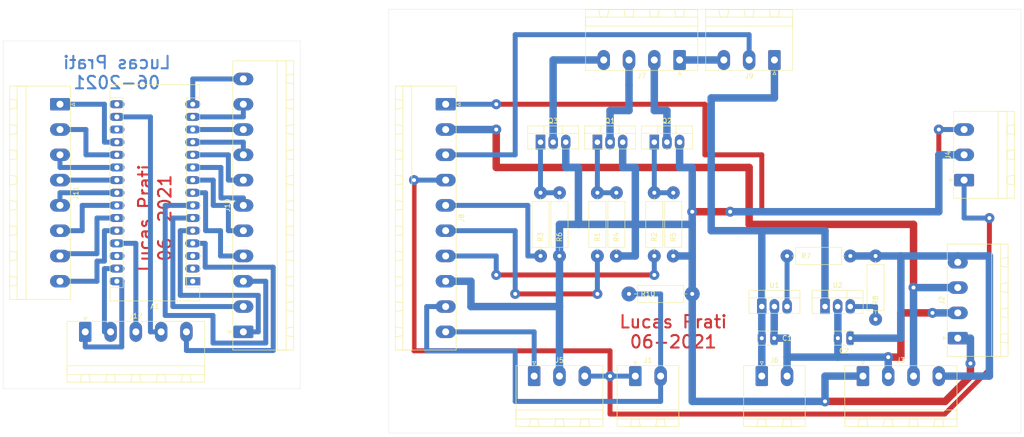
<source format=kicad_pcb>
(kicad_pcb (version 20171130) (host pcbnew "(5.1.9)-1")

  (general
    (thickness 1.6)
    (drawings 11)
    (tracks 242)
    (zones 0)
    (modules 29)
    (nets 47)
  )

  (page A4)
  (layers
    (0 F.Cu signal)
    (31 B.Cu signal)
    (32 B.Adhes user)
    (33 F.Adhes user)
    (34 B.Paste user)
    (35 F.Paste user)
    (36 B.SilkS user)
    (37 F.SilkS user)
    (38 B.Mask user)
    (39 F.Mask user)
    (40 Dwgs.User user)
    (41 Cmts.User user)
    (42 Eco1.User user)
    (43 Eco2.User user)
    (44 Edge.Cuts user)
    (45 Margin user)
    (46 B.CrtYd user)
    (47 F.CrtYd user)
    (48 B.Fab user)
    (49 F.Fab user)
  )

  (setup
    (last_trace_width 1)
    (trace_clearance 0.5)
    (zone_clearance 0.508)
    (zone_45_only no)
    (trace_min 0.2)
    (via_size 2)
    (via_drill 0.8)
    (via_min_size 0.4)
    (via_min_drill 0.3)
    (uvia_size 0.3)
    (uvia_drill 0.1)
    (uvias_allowed no)
    (uvia_min_size 0.2)
    (uvia_min_drill 0.1)
    (edge_width 0.05)
    (segment_width 0.2)
    (pcb_text_width 0.3)
    (pcb_text_size 1.5 1.5)
    (mod_edge_width 0.12)
    (mod_text_size 1 1)
    (mod_text_width 0.15)
    (pad_size 2.5 4)
    (pad_drill 1.4)
    (pad_to_mask_clearance 0)
    (aux_axis_origin 0 0)
    (visible_elements 7FFFFFFF)
    (pcbplotparams
      (layerselection 0x010fc_ffffffff)
      (usegerberextensions false)
      (usegerberattributes true)
      (usegerberadvancedattributes true)
      (creategerberjobfile true)
      (excludeedgelayer true)
      (linewidth 0.100000)
      (plotframeref false)
      (viasonmask false)
      (mode 1)
      (useauxorigin false)
      (hpglpennumber 1)
      (hpglpenspeed 20)
      (hpglpendiameter 15.000000)
      (psnegative false)
      (psa4output false)
      (plotreference true)
      (plotvalue true)
      (plotinvisibletext false)
      (padsonsilk false)
      (subtractmaskfromsilk false)
      (outputformat 1)
      (mirror false)
      (drillshape 1)
      (scaleselection 1)
      (outputdirectory ""))
  )

  (net 0 "")
  (net 1 "Net-(A1-Pad19)")
  (net 2 "Net-(A1-Pad4)")
  (net 3 A1)
  (net 4 A2)
  (net 5 D3)
  (net 6 "Net-(A1-Pad22)")
  (net 7 "Net-(A1-Pad23)")
  (net 8 D5)
  (net 9 "Net-(A1-Pad24)")
  (net 10 "Net-(A1-Pad25)")
  (net 11 "Net-(A1-Pad10)")
  (net 12 "Net-(A1-Pad26)")
  (net 13 "Net-(A1-Pad11)")
  (net 14 VCC5)
  (net 15 GND_A)
  (net 16 VIN-A)
  (net 17 "Net-(A1-Pad15)")
  (net 18 VCC24)
  (net 19 GND1)
  (net 20 VIN-PIR)
  (net 21 Blu)
  (net 22 Red)
  (net 23 Green)
  (net 24 VCC24-LED)
  (net 25 "Net-(Q1-Pad1)")
  (net 26 "Net-(Q2-Pad1)")
  (net 27 "Net-(Q3-Pad1)")
  (net 28 "Net-(R7-Pad2)")
  (net 29 "Net-(R8-Pad2)")
  (net 30 "Net-(A1-Pad9)")
  (net 31 "Net-(A1-Pad17)")
  (net 32 "Net-(A1-Pad20)")
  (net 33 "Net-(A1-Pad5)")
  (net 34 "Net-(A1-Pad21)")
  (net 35 "Net-(A1-Pad6)")
  (net 36 "Net-(A1-Pad7)")
  (net 37 "Net-(A1-Pad8)")
  (net 38 "Net-(A1-Pad27)")
  (net 39 "Net-(A1-Pad12)")
  (net 40 "Net-(A1-Pad13)")
  (net 41 "Net-(A1-Pad29)")
  (net 42 "Net-(A1-Pad14)")
  (net 43 "Net-(A1-Pad30)")
  (net 44 D8)
  (net 45 D7)
  (net 46 D6)

  (net_class Default "This is the default net class."
    (clearance 0.5)
    (trace_width 1)
    (via_dia 2)
    (via_drill 0.8)
    (uvia_dia 0.3)
    (uvia_drill 0.1)
    (add_net A1)
    (add_net A2)
    (add_net D3)
    (add_net D5)
    (add_net D6)
    (add_net D7)
    (add_net D8)
    (add_net "Net-(A1-Pad10)")
    (add_net "Net-(A1-Pad11)")
    (add_net "Net-(A1-Pad12)")
    (add_net "Net-(A1-Pad13)")
    (add_net "Net-(A1-Pad14)")
    (add_net "Net-(A1-Pad15)")
    (add_net "Net-(A1-Pad17)")
    (add_net "Net-(A1-Pad19)")
    (add_net "Net-(A1-Pad20)")
    (add_net "Net-(A1-Pad21)")
    (add_net "Net-(A1-Pad22)")
    (add_net "Net-(A1-Pad23)")
    (add_net "Net-(A1-Pad24)")
    (add_net "Net-(A1-Pad25)")
    (add_net "Net-(A1-Pad26)")
    (add_net "Net-(A1-Pad27)")
    (add_net "Net-(A1-Pad29)")
    (add_net "Net-(A1-Pad30)")
    (add_net "Net-(A1-Pad4)")
    (add_net "Net-(A1-Pad5)")
    (add_net "Net-(A1-Pad6)")
    (add_net "Net-(A1-Pad7)")
    (add_net "Net-(A1-Pad8)")
    (add_net "Net-(A1-Pad9)")
    (add_net "Net-(Q1-Pad1)")
    (add_net "Net-(Q2-Pad1)")
    (add_net "Net-(Q3-Pad1)")
    (add_net "Net-(R7-Pad2)")
    (add_net "Net-(R8-Pad2)")
    (add_net VCC5)
  )

  (net_class POTENZA ""
    (clearance 0.5)
    (trace_width 1.5)
    (via_dia 2)
    (via_drill 0.8)
    (uvia_dia 0.3)
    (uvia_drill 0.1)
    (add_net Blu)
    (add_net GND1)
    (add_net GND_A)
    (add_net Green)
    (add_net Red)
    (add_net VCC24)
    (add_net VCC24-LED)
    (add_net VIN-A)
    (add_net VIN-PIR)
  )

  (module Connector_Phoenix_MSTB:PhoenixContact_MSTBA_2,5_8-G-5,08_1x08_P5.08mm_Horizontal (layer F.Cu) (tedit 60B7DB21) (tstamp 60B83745)
    (at 88.9 35.56 270)
    (descr "Generic Phoenix Contact connector footprint for: MSTBA_2,5/8-G-5,08; number of pins: 08; pin pitch: 5.08mm; Angled || order number: 1757307 12A || order number: 1923924 16A (HC)")
    (tags "phoenix_contact connector MSTBA_01x08_G_5.08mm")
    (path /60B254B7)
    (fp_text reference J11 (at 17.78 -3.2 90) (layer F.SilkS)
      (effects (font (size 1 1) (thickness 0.15)))
    )
    (fp_text value Conn_01x08_Female (at 17.78 11.2 90) (layer F.Fab)
      (effects (font (size 1 1) (thickness 0.15)))
    )
    (fp_line (start 0 -0.5) (end -0.95 -2) (layer F.Fab) (width 0.1))
    (fp_line (start 0.95 -2) (end 0 -0.5) (layer F.Fab) (width 0.1))
    (fp_line (start -0.3 -2.91) (end 0.3 -2.91) (layer F.SilkS) (width 0.12))
    (fp_line (start 0 -2.31) (end -0.3 -2.91) (layer F.SilkS) (width 0.12))
    (fp_line (start 0.3 -2.91) (end 0 -2.31) (layer F.SilkS) (width 0.12))
    (fp_line (start 39.6 -2.5) (end -4.04 -2.5) (layer F.CrtYd) (width 0.05))
    (fp_line (start 39.6 10.5) (end 39.6 -2.5) (layer F.CrtYd) (width 0.05))
    (fp_line (start -4.04 10.5) (end 39.6 10.5) (layer F.CrtYd) (width 0.05))
    (fp_line (start -4.04 -2.5) (end -4.04 10.5) (layer F.CrtYd) (width 0.05))
    (fp_line (start 34.81 8.61) (end 34.56 10.11) (layer F.SilkS) (width 0.12))
    (fp_line (start 36.31 8.61) (end 34.81 8.61) (layer F.SilkS) (width 0.12))
    (fp_line (start 36.56 10.11) (end 36.31 8.61) (layer F.SilkS) (width 0.12))
    (fp_line (start 34.56 10.11) (end 36.56 10.11) (layer F.SilkS) (width 0.12))
    (fp_line (start 29.73 8.61) (end 29.48 10.11) (layer F.SilkS) (width 0.12))
    (fp_line (start 31.23 8.61) (end 29.73 8.61) (layer F.SilkS) (width 0.12))
    (fp_line (start 31.48 10.11) (end 31.23 8.61) (layer F.SilkS) (width 0.12))
    (fp_line (start 29.48 10.11) (end 31.48 10.11) (layer F.SilkS) (width 0.12))
    (fp_line (start 24.65 8.61) (end 24.4 10.11) (layer F.SilkS) (width 0.12))
    (fp_line (start 26.15 8.61) (end 24.65 8.61) (layer F.SilkS) (width 0.12))
    (fp_line (start 26.4 10.11) (end 26.15 8.61) (layer F.SilkS) (width 0.12))
    (fp_line (start 24.4 10.11) (end 26.4 10.11) (layer F.SilkS) (width 0.12))
    (fp_line (start 19.57 8.61) (end 19.32 10.11) (layer F.SilkS) (width 0.12))
    (fp_line (start 21.07 8.61) (end 19.57 8.61) (layer F.SilkS) (width 0.12))
    (fp_line (start 21.32 10.11) (end 21.07 8.61) (layer F.SilkS) (width 0.12))
    (fp_line (start 19.32 10.11) (end 21.32 10.11) (layer F.SilkS) (width 0.12))
    (fp_line (start 14.49 8.61) (end 14.24 10.11) (layer F.SilkS) (width 0.12))
    (fp_line (start 15.99 8.61) (end 14.49 8.61) (layer F.SilkS) (width 0.12))
    (fp_line (start 16.24 10.11) (end 15.99 8.61) (layer F.SilkS) (width 0.12))
    (fp_line (start 14.24 10.11) (end 16.24 10.11) (layer F.SilkS) (width 0.12))
    (fp_line (start 9.41 8.61) (end 9.16 10.11) (layer F.SilkS) (width 0.12))
    (fp_line (start 10.91 8.61) (end 9.41 8.61) (layer F.SilkS) (width 0.12))
    (fp_line (start 11.16 10.11) (end 10.91 8.61) (layer F.SilkS) (width 0.12))
    (fp_line (start 9.16 10.11) (end 11.16 10.11) (layer F.SilkS) (width 0.12))
    (fp_line (start 4.33 8.61) (end 4.08 10.11) (layer F.SilkS) (width 0.12))
    (fp_line (start 5.83 8.61) (end 4.33 8.61) (layer F.SilkS) (width 0.12))
    (fp_line (start 6.08 10.11) (end 5.83 8.61) (layer F.SilkS) (width 0.12))
    (fp_line (start 4.08 10.11) (end 6.08 10.11) (layer F.SilkS) (width 0.12))
    (fp_line (start -0.75 8.61) (end -1 10.11) (layer F.SilkS) (width 0.12))
    (fp_line (start 0.75 8.61) (end -0.75 8.61) (layer F.SilkS) (width 0.12))
    (fp_line (start 1 10.11) (end 0.75 8.61) (layer F.SilkS) (width 0.12))
    (fp_line (start -1 10.11) (end 1 10.11) (layer F.SilkS) (width 0.12))
    (fp_line (start 39.21 8.61) (end -3.65 8.61) (layer F.SilkS) (width 0.12))
    (fp_line (start 39.21 6.81) (end 39.21 8.61) (layer F.SilkS) (width 0.12))
    (fp_line (start -3.65 6.81) (end 39.21 6.81) (layer F.SilkS) (width 0.12))
    (fp_line (start -3.65 8.61) (end -3.65 6.81) (layer F.SilkS) (width 0.12))
    (fp_line (start 39.1 -2) (end -3.54 -2) (layer F.Fab) (width 0.1))
    (fp_line (start 39.1 10) (end 39.1 -2) (layer F.Fab) (width 0.1))
    (fp_line (start -3.54 10) (end 39.1 10) (layer F.Fab) (width 0.1))
    (fp_line (start -3.54 -2) (end -3.54 10) (layer F.Fab) (width 0.1))
    (fp_line (start 39.21 -2.11) (end -3.65 -2.11) (layer F.SilkS) (width 0.12))
    (fp_line (start 39.21 10.11) (end 39.21 -2.11) (layer F.SilkS) (width 0.12))
    (fp_line (start -3.65 10.11) (end 39.21 10.11) (layer F.SilkS) (width 0.12))
    (fp_line (start -3.65 -2.11) (end -3.65 10.11) (layer F.SilkS) (width 0.12))
    (fp_text user %R (at 17.78 -1.3 90) (layer F.Fab)
      (effects (font (size 1 1) (thickness 0.15)))
    )
    (pad 8 thru_hole oval (at 35.56 0 270) (size 2.5 4) (drill 1.4) (layers *.Cu *.Mask)
      (net 12 "Net-(A1-Pad26)"))
    (pad 7 thru_hole oval (at 30.48 0 270) (size 2.5 4) (drill 1.4) (layers *.Cu *.Mask)
      (net 10 "Net-(A1-Pad25)"))
    (pad 6 thru_hole oval (at 25.4 0 270) (size 2.5 4) (drill 1.4) (layers *.Cu *.Mask)
      (net 9 "Net-(A1-Pad24)"))
    (pad 5 thru_hole oval (at 20.32 0 270) (size 2.5 4) (drill 1.4) (layers *.Cu *.Mask)
      (net 7 "Net-(A1-Pad23)"))
    (pad 4 thru_hole oval (at 15.24 0 270) (size 2.5 4) (drill 1.4) (layers *.Cu *.Mask)
      (net 6 "Net-(A1-Pad22)"))
    (pad 3 thru_hole oval (at 10.16 0 270) (size 2.5 4) (drill 1.4) (layers *.Cu *.Mask)
      (net 34 "Net-(A1-Pad21)"))
    (pad 2 thru_hole oval (at 5.08 0 270) (size 2.5 4) (drill 1.4) (layers *.Cu *.Mask)
      (net 32 "Net-(A1-Pad20)"))
    (pad 1 thru_hole roundrect (at 0 0 270) (size 2.5 4) (drill 1.4) (layers *.Cu *.Mask) (roundrect_rratio 0.12)
      (net 1 "Net-(A1-Pad19)"))
    (model ${KISYS3DMOD}/Connector_Phoenix_MSTB.3dshapes/PhoenixContact_MSTBA_2,5_8-G-5,08_1x08_P5.08mm_Horizontal.wrl
      (at (xyz 0 0 0))
      (scale (xyz 1 1 1))
      (rotate (xyz 0 0 0))
    )
  )

  (module Module:Arduino_Nano (layer F.Cu) (tedit 60B7E11B) (tstamp 60B83709)
    (at 115.57 71.12 180)
    (descr "Arduino Nano, http://www.mouser.com/pdfdocs/Gravitech_Arduino_Nano3_0.pdf")
    (tags "Arduino Nano")
    (path /60B239C0)
    (fp_text reference A1 (at 7.62 -5.08) (layer F.SilkS)
      (effects (font (size 1 1) (thickness 0.15)))
    )
    (fp_text value Arduino_Nano_v2.x (at 8.89 19.05 90) (layer F.Fab)
      (effects (font (size 1 1) (thickness 0.15)))
    )
    (fp_line (start 1.27 1.27) (end 1.27 -1.27) (layer F.SilkS) (width 0.12))
    (fp_line (start 1.27 -1.27) (end -1.4 -1.27) (layer F.SilkS) (width 0.12))
    (fp_line (start -1.4 1.27) (end -1.4 39.5) (layer F.SilkS) (width 0.12))
    (fp_line (start -1.4 -3.94) (end -1.4 -1.27) (layer F.SilkS) (width 0.12))
    (fp_line (start 13.97 -1.27) (end 16.64 -1.27) (layer F.SilkS) (width 0.12))
    (fp_line (start 13.97 -1.27) (end 13.97 36.83) (layer F.SilkS) (width 0.12))
    (fp_line (start 13.97 36.83) (end 16.64 36.83) (layer F.SilkS) (width 0.12))
    (fp_line (start 1.27 1.27) (end -1.4 1.27) (layer F.SilkS) (width 0.12))
    (fp_line (start 1.27 1.27) (end 1.27 36.83) (layer F.SilkS) (width 0.12))
    (fp_line (start 1.27 36.83) (end -1.4 36.83) (layer F.SilkS) (width 0.12))
    (fp_line (start 3.81 31.75) (end 11.43 31.75) (layer F.Fab) (width 0.1))
    (fp_line (start 11.43 31.75) (end 11.43 41.91) (layer F.Fab) (width 0.1))
    (fp_line (start 11.43 41.91) (end 3.81 41.91) (layer F.Fab) (width 0.1))
    (fp_line (start 3.81 41.91) (end 3.81 31.75) (layer F.Fab) (width 0.1))
    (fp_line (start -1.4 39.5) (end 16.64 39.5) (layer F.SilkS) (width 0.12))
    (fp_line (start 16.64 39.5) (end 16.64 -3.94) (layer F.SilkS) (width 0.12))
    (fp_line (start 16.64 -3.94) (end -1.4 -3.94) (layer F.SilkS) (width 0.12))
    (fp_line (start 16.51 39.37) (end -1.27 39.37) (layer F.Fab) (width 0.1))
    (fp_line (start -1.27 39.37) (end -1.27 -2.54) (layer F.Fab) (width 0.1))
    (fp_line (start -1.27 -2.54) (end 0 -3.81) (layer F.Fab) (width 0.1))
    (fp_line (start 0 -3.81) (end 16.51 -3.81) (layer F.Fab) (width 0.1))
    (fp_line (start 16.51 -3.81) (end 16.51 39.37) (layer F.Fab) (width 0.1))
    (fp_line (start -1.53 -4.06) (end 16.75 -4.06) (layer F.CrtYd) (width 0.05))
    (fp_line (start -1.53 -4.06) (end -1.53 42.16) (layer F.CrtYd) (width 0.05))
    (fp_line (start 16.75 42.16) (end 16.75 -4.06) (layer F.CrtYd) (width 0.05))
    (fp_line (start 16.75 42.16) (end -1.53 42.16) (layer F.CrtYd) (width 0.05))
    (fp_text user %R (at 6.35 19.05 90) (layer F.Fab)
      (effects (font (size 1 1) (thickness 0.15)))
    )
    (pad 1 thru_hole rect (at 0 0 180) (size 3 1.6) (drill 1) (layers *.Cu *.Mask))
    (pad 17 thru_hole oval (at 15.24 33.02 180) (size 3 1.6) (drill 1) (layers *.Cu *.Mask)
      (net 31 "Net-(A1-Pad17)"))
    (pad 2 thru_hole oval (at 0 2.54 180) (size 3 1.6) (drill 1) (layers *.Cu *.Mask))
    (pad 18 thru_hole oval (at 15.24 30.48 180) (size 3 1.6) (drill 1) (layers *.Cu *.Mask))
    (pad 3 thru_hole oval (at 0 5.08 180) (size 3 1.6) (drill 1) (layers *.Cu *.Mask))
    (pad 19 thru_hole oval (at 15.24 27.94 180) (size 3 1.6) (drill 1) (layers *.Cu *.Mask)
      (net 1 "Net-(A1-Pad19)"))
    (pad 4 thru_hole oval (at 0 7.62 180) (size 3 1.6) (drill 1) (layers *.Cu *.Mask)
      (net 2 "Net-(A1-Pad4)"))
    (pad 20 thru_hole oval (at 15.24 25.4 180) (size 3 1.6) (drill 1) (layers *.Cu *.Mask)
      (net 32 "Net-(A1-Pad20)"))
    (pad 5 thru_hole oval (at 0 10.16 180) (size 3 1.6) (drill 1) (layers *.Cu *.Mask)
      (net 33 "Net-(A1-Pad5)"))
    (pad 21 thru_hole oval (at 15.24 22.86 180) (size 3 1.6) (drill 1) (layers *.Cu *.Mask)
      (net 34 "Net-(A1-Pad21)"))
    (pad 6 thru_hole oval (at 0 12.7 180) (size 3 1.6) (drill 1) (layers *.Cu *.Mask)
      (net 35 "Net-(A1-Pad6)"))
    (pad 22 thru_hole oval (at 15.24 20.32 180) (size 3 1.6) (drill 1) (layers *.Cu *.Mask)
      (net 6 "Net-(A1-Pad22)"))
    (pad 7 thru_hole oval (at 0 15.24 180) (size 3 1.6) (drill 1) (layers *.Cu *.Mask)
      (net 36 "Net-(A1-Pad7)"))
    (pad 23 thru_hole oval (at 15.24 17.78 180) (size 3 1.6) (drill 1) (layers *.Cu *.Mask)
      (net 7 "Net-(A1-Pad23)"))
    (pad 8 thru_hole oval (at 0 17.78 180) (size 3 1.6) (drill 1) (layers *.Cu *.Mask)
      (net 37 "Net-(A1-Pad8)"))
    (pad 24 thru_hole oval (at 15.24 15.24 180) (size 3 1.6) (drill 1) (layers *.Cu *.Mask)
      (net 9 "Net-(A1-Pad24)"))
    (pad 9 thru_hole oval (at 0 20.32 180) (size 3 1.6) (drill 1) (layers *.Cu *.Mask)
      (net 30 "Net-(A1-Pad9)"))
    (pad 25 thru_hole oval (at 15.24 12.7 180) (size 3 1.6) (drill 1) (layers *.Cu *.Mask)
      (net 10 "Net-(A1-Pad25)"))
    (pad 10 thru_hole oval (at 0 22.86 180) (size 3 1.6) (drill 1) (layers *.Cu *.Mask)
      (net 11 "Net-(A1-Pad10)"))
    (pad 26 thru_hole oval (at 15.24 10.16 180) (size 3 1.6) (drill 1) (layers *.Cu *.Mask)
      (net 12 "Net-(A1-Pad26)"))
    (pad 11 thru_hole oval (at 0 25.4 180) (size 3 1.6) (drill 1) (layers *.Cu *.Mask)
      (net 13 "Net-(A1-Pad11)"))
    (pad 27 thru_hole oval (at 15.24 7.62 180) (size 3 1.6) (drill 1) (layers *.Cu *.Mask)
      (net 38 "Net-(A1-Pad27)"))
    (pad 12 thru_hole oval (at 0 27.94 180) (size 3 1.6) (drill 1) (layers *.Cu *.Mask)
      (net 39 "Net-(A1-Pad12)"))
    (pad 28 thru_hole oval (at 15.24 5.08 180) (size 3 1.6) (drill 1) (layers *.Cu *.Mask))
    (pad 13 thru_hole oval (at 0 30.48 180) (size 3 1.6) (drill 1) (layers *.Cu *.Mask)
      (net 40 "Net-(A1-Pad13)"))
    (pad 29 thru_hole oval (at 15.24 2.54 180) (size 3 1.6) (drill 1) (layers *.Cu *.Mask)
      (net 41 "Net-(A1-Pad29)"))
    (pad 14 thru_hole oval (at 0 33.02 180) (size 3 1.6) (drill 1) (layers *.Cu *.Mask)
      (net 42 "Net-(A1-Pad14)"))
    (pad 30 thru_hole oval (at 15.24 0 180) (size 3 1.6) (drill 1) (layers *.Cu *.Mask)
      (net 43 "Net-(A1-Pad30)"))
    (pad 15 thru_hole oval (at 0 35.56 180) (size 3 1.6) (drill 1) (layers *.Cu *.Mask)
      (net 17 "Net-(A1-Pad15)"))
    (pad 16 thru_hole oval (at 15.24 35.56 180) (size 3 1.6) (drill 1) (layers *.Cu *.Mask))
    (model ${KISYS3DMOD}/Module.3dshapes/Arduino_Nano_WithMountingHoles.wrl
      (at (xyz 0 0 0))
      (scale (xyz 1 1 1))
      (rotate (xyz 0 0 0))
    )
  )

  (module Connector_Phoenix_MSTB:PhoenixContact_MSTBA_2,5_5-G-5,08_1x05_P5.08mm_Horizontal (layer F.Cu) (tedit 60B7DB4A) (tstamp 60B836D7)
    (at 93.98 81.28)
    (descr "Generic Phoenix Contact connector footprint for: MSTBA_2,5/5-G-5,08; number of pins: 05; pin pitch: 5.08mm; Angled || order number: 1757271 12A || order number: 1923898 16A (HC)")
    (tags "phoenix_contact connector MSTBA_01x05_G_5.08mm")
    (path /60B297C8)
    (fp_text reference J12 (at 10.16 -3.2) (layer F.SilkS)
      (effects (font (size 1 1) (thickness 0.15)))
    )
    (fp_text value Conn_01x05_Female (at 10.16 11.2) (layer F.Fab)
      (effects (font (size 1 1) (thickness 0.15)))
    )
    (fp_line (start 0 -0.5) (end -0.95 -2) (layer F.Fab) (width 0.1))
    (fp_line (start 0.95 -2) (end 0 -0.5) (layer F.Fab) (width 0.1))
    (fp_line (start -0.3 -2.91) (end 0.3 -2.91) (layer F.SilkS) (width 0.12))
    (fp_line (start 0 -2.31) (end -0.3 -2.91) (layer F.SilkS) (width 0.12))
    (fp_line (start 0.3 -2.91) (end 0 -2.31) (layer F.SilkS) (width 0.12))
    (fp_line (start 24.36 -2.5) (end -4.04 -2.5) (layer F.CrtYd) (width 0.05))
    (fp_line (start 24.36 10.5) (end 24.36 -2.5) (layer F.CrtYd) (width 0.05))
    (fp_line (start -4.04 10.5) (end 24.36 10.5) (layer F.CrtYd) (width 0.05))
    (fp_line (start -4.04 -2.5) (end -4.04 10.5) (layer F.CrtYd) (width 0.05))
    (fp_line (start 19.57 8.61) (end 19.32 10.11) (layer F.SilkS) (width 0.12))
    (fp_line (start 21.07 8.61) (end 19.57 8.61) (layer F.SilkS) (width 0.12))
    (fp_line (start 21.32 10.11) (end 21.07 8.61) (layer F.SilkS) (width 0.12))
    (fp_line (start 19.32 10.11) (end 21.32 10.11) (layer F.SilkS) (width 0.12))
    (fp_line (start 14.49 8.61) (end 14.24 10.11) (layer F.SilkS) (width 0.12))
    (fp_line (start 15.99 8.61) (end 14.49 8.61) (layer F.SilkS) (width 0.12))
    (fp_line (start 16.24 10.11) (end 15.99 8.61) (layer F.SilkS) (width 0.12))
    (fp_line (start 14.24 10.11) (end 16.24 10.11) (layer F.SilkS) (width 0.12))
    (fp_line (start 9.41 8.61) (end 9.16 10.11) (layer F.SilkS) (width 0.12))
    (fp_line (start 10.91 8.61) (end 9.41 8.61) (layer F.SilkS) (width 0.12))
    (fp_line (start 11.16 10.11) (end 10.91 8.61) (layer F.SilkS) (width 0.12))
    (fp_line (start 9.16 10.11) (end 11.16 10.11) (layer F.SilkS) (width 0.12))
    (fp_line (start 4.33 8.61) (end 4.08 10.11) (layer F.SilkS) (width 0.12))
    (fp_line (start 5.83 8.61) (end 4.33 8.61) (layer F.SilkS) (width 0.12))
    (fp_line (start 6.08 10.11) (end 5.83 8.61) (layer F.SilkS) (width 0.12))
    (fp_line (start 4.08 10.11) (end 6.08 10.11) (layer F.SilkS) (width 0.12))
    (fp_line (start -0.75 8.61) (end -1 10.11) (layer F.SilkS) (width 0.12))
    (fp_line (start 0.75 8.61) (end -0.75 8.61) (layer F.SilkS) (width 0.12))
    (fp_line (start 1 10.11) (end 0.75 8.61) (layer F.SilkS) (width 0.12))
    (fp_line (start -1 10.11) (end 1 10.11) (layer F.SilkS) (width 0.12))
    (fp_line (start 23.97 8.61) (end -3.65 8.61) (layer F.SilkS) (width 0.12))
    (fp_line (start 23.97 6.81) (end 23.97 8.61) (layer F.SilkS) (width 0.12))
    (fp_line (start -3.65 6.81) (end 23.97 6.81) (layer F.SilkS) (width 0.12))
    (fp_line (start -3.65 8.61) (end -3.65 6.81) (layer F.SilkS) (width 0.12))
    (fp_line (start 23.86 -2) (end -3.54 -2) (layer F.Fab) (width 0.1))
    (fp_line (start 23.86 10) (end 23.86 -2) (layer F.Fab) (width 0.1))
    (fp_line (start -3.54 10) (end 23.86 10) (layer F.Fab) (width 0.1))
    (fp_line (start -3.54 -2) (end -3.54 10) (layer F.Fab) (width 0.1))
    (fp_line (start 23.97 -2.11) (end -3.65 -2.11) (layer F.SilkS) (width 0.12))
    (fp_line (start 23.97 10.11) (end 23.97 -2.11) (layer F.SilkS) (width 0.12))
    (fp_line (start -3.65 10.11) (end 23.97 10.11) (layer F.SilkS) (width 0.12))
    (fp_line (start -3.65 -2.11) (end -3.65 10.11) (layer F.SilkS) (width 0.12))
    (fp_text user %R (at 10.16 -1.3) (layer F.Fab)
      (effects (font (size 1 1) (thickness 0.15)))
    )
    (pad 5 thru_hole oval (at 20.32 0) (size 2.5 4) (drill 1.4) (layers *.Cu *.Mask)
      (net 2 "Net-(A1-Pad4)"))
    (pad 4 thru_hole oval (at 15.24 0) (size 2.5 4) (drill 1.4) (layers *.Cu *.Mask)
      (net 31 "Net-(A1-Pad17)"))
    (pad 3 thru_hole oval (at 10.16 0) (size 2.5 4) (drill 1.4) (layers *.Cu *.Mask)
      (net 38 "Net-(A1-Pad27)"))
    (pad 2 thru_hole oval (at 5.08 0) (size 2.5 4) (drill 1.4) (layers *.Cu *.Mask)
      (net 41 "Net-(A1-Pad29)"))
    (pad 1 thru_hole roundrect (at 0 0) (size 2.5 4) (drill 1.4) (layers *.Cu *.Mask) (roundrect_rratio 0.12)
      (net 43 "Net-(A1-Pad30)"))
    (model ${KISYS3DMOD}/Connector_Phoenix_MSTB.3dshapes/PhoenixContact_MSTBA_2,5_5-G-5,08_1x05_P5.08mm_Horizontal.wrl
      (at (xyz 0 0 0))
      (scale (xyz 1 1 1))
      (rotate (xyz 0 0 0))
    )
  )

  (module Connector_Phoenix_MSTB:PhoenixContact_MSTBA_2,5_11-G-5,08_1x11_P5.08mm_Horizontal (layer F.Cu) (tedit 60B7E039) (tstamp 60B83687)
    (at 125.73 81.28 90)
    (descr "Generic Phoenix Contact connector footprint for: MSTBA_2,5/11-G-5,08; number of pins: 11; pin pitch: 5.08mm; Angled || order number: 1757336 12A || order number: 1923953 16A (HC)")
    (tags "phoenix_contact connector MSTBA_01x11_G_5.08mm")
    (path /60B27C53)
    (fp_text reference J10 (at 25.4 -3.2 90) (layer F.SilkS)
      (effects (font (size 1 1) (thickness 0.15)))
    )
    (fp_text value Conn_01x11_Female (at 25.4 11.2 90) (layer F.Fab)
      (effects (font (size 1 1) (thickness 0.15)))
    )
    (fp_line (start 0 -0.5) (end -0.95 -2) (layer F.Fab) (width 0.1))
    (fp_line (start 0.95 -2) (end 0 -0.5) (layer F.Fab) (width 0.1))
    (fp_line (start -0.3 -2.91) (end 0.3 -2.91) (layer F.SilkS) (width 0.12))
    (fp_line (start 0 -2.31) (end -0.3 -2.91) (layer F.SilkS) (width 0.12))
    (fp_line (start 0.3 -2.91) (end 0 -2.31) (layer F.SilkS) (width 0.12))
    (fp_line (start 54.84 -2.5) (end -4.04 -2.5) (layer F.CrtYd) (width 0.05))
    (fp_line (start 54.84 10.5) (end 54.84 -2.5) (layer F.CrtYd) (width 0.05))
    (fp_line (start -4.04 10.5) (end 54.84 10.5) (layer F.CrtYd) (width 0.05))
    (fp_line (start -4.04 -2.5) (end -4.04 10.5) (layer F.CrtYd) (width 0.05))
    (fp_line (start 50.05 8.61) (end 49.8 10.11) (layer F.SilkS) (width 0.12))
    (fp_line (start 51.55 8.61) (end 50.05 8.61) (layer F.SilkS) (width 0.12))
    (fp_line (start 51.8 10.11) (end 51.55 8.61) (layer F.SilkS) (width 0.12))
    (fp_line (start 49.8 10.11) (end 51.8 10.11) (layer F.SilkS) (width 0.12))
    (fp_line (start 44.97 8.61) (end 44.72 10.11) (layer F.SilkS) (width 0.12))
    (fp_line (start 46.47 8.61) (end 44.97 8.61) (layer F.SilkS) (width 0.12))
    (fp_line (start 46.72 10.11) (end 46.47 8.61) (layer F.SilkS) (width 0.12))
    (fp_line (start 44.72 10.11) (end 46.72 10.11) (layer F.SilkS) (width 0.12))
    (fp_line (start 39.89 8.61) (end 39.64 10.11) (layer F.SilkS) (width 0.12))
    (fp_line (start 41.39 8.61) (end 39.89 8.61) (layer F.SilkS) (width 0.12))
    (fp_line (start 41.64 10.11) (end 41.39 8.61) (layer F.SilkS) (width 0.12))
    (fp_line (start 39.64 10.11) (end 41.64 10.11) (layer F.SilkS) (width 0.12))
    (fp_line (start 34.81 8.61) (end 34.56 10.11) (layer F.SilkS) (width 0.12))
    (fp_line (start 36.31 8.61) (end 34.81 8.61) (layer F.SilkS) (width 0.12))
    (fp_line (start 36.56 10.11) (end 36.31 8.61) (layer F.SilkS) (width 0.12))
    (fp_line (start 34.56 10.11) (end 36.56 10.11) (layer F.SilkS) (width 0.12))
    (fp_line (start 29.73 8.61) (end 29.48 10.11) (layer F.SilkS) (width 0.12))
    (fp_line (start 31.23 8.61) (end 29.73 8.61) (layer F.SilkS) (width 0.12))
    (fp_line (start 31.48 10.11) (end 31.23 8.61) (layer F.SilkS) (width 0.12))
    (fp_line (start 29.48 10.11) (end 31.48 10.11) (layer F.SilkS) (width 0.12))
    (fp_line (start 24.65 8.61) (end 24.4 10.11) (layer F.SilkS) (width 0.12))
    (fp_line (start 26.15 8.61) (end 24.65 8.61) (layer F.SilkS) (width 0.12))
    (fp_line (start 26.4 10.11) (end 26.15 8.61) (layer F.SilkS) (width 0.12))
    (fp_line (start 24.4 10.11) (end 26.4 10.11) (layer F.SilkS) (width 0.12))
    (fp_line (start 19.57 8.61) (end 19.32 10.11) (layer F.SilkS) (width 0.12))
    (fp_line (start 21.07 8.61) (end 19.57 8.61) (layer F.SilkS) (width 0.12))
    (fp_line (start 21.32 10.11) (end 21.07 8.61) (layer F.SilkS) (width 0.12))
    (fp_line (start 19.32 10.11) (end 21.32 10.11) (layer F.SilkS) (width 0.12))
    (fp_line (start 14.49 8.61) (end 14.24 10.11) (layer F.SilkS) (width 0.12))
    (fp_line (start 15.99 8.61) (end 14.49 8.61) (layer F.SilkS) (width 0.12))
    (fp_line (start 16.24 10.11) (end 15.99 8.61) (layer F.SilkS) (width 0.12))
    (fp_line (start 14.24 10.11) (end 16.24 10.11) (layer F.SilkS) (width 0.12))
    (fp_line (start 9.41 8.61) (end 9.16 10.11) (layer F.SilkS) (width 0.12))
    (fp_line (start 10.91 8.61) (end 9.41 8.61) (layer F.SilkS) (width 0.12))
    (fp_line (start 11.16 10.11) (end 10.91 8.61) (layer F.SilkS) (width 0.12))
    (fp_line (start 9.16 10.11) (end 11.16 10.11) (layer F.SilkS) (width 0.12))
    (fp_line (start 4.33 8.61) (end 4.08 10.11) (layer F.SilkS) (width 0.12))
    (fp_line (start 5.83 8.61) (end 4.33 8.61) (layer F.SilkS) (width 0.12))
    (fp_line (start 6.08 10.11) (end 5.83 8.61) (layer F.SilkS) (width 0.12))
    (fp_line (start 4.08 10.11) (end 6.08 10.11) (layer F.SilkS) (width 0.12))
    (fp_line (start -0.75 8.61) (end -1 10.11) (layer F.SilkS) (width 0.12))
    (fp_line (start 0.75 8.61) (end -0.75 8.61) (layer F.SilkS) (width 0.12))
    (fp_line (start 1 10.11) (end 0.75 8.61) (layer F.SilkS) (width 0.12))
    (fp_line (start -1 10.11) (end 1 10.11) (layer F.SilkS) (width 0.12))
    (fp_line (start 54.45 8.61) (end -3.65 8.61) (layer F.SilkS) (width 0.12))
    (fp_line (start 54.45 6.81) (end 54.45 8.61) (layer F.SilkS) (width 0.12))
    (fp_line (start -3.65 6.81) (end 54.45 6.81) (layer F.SilkS) (width 0.12))
    (fp_line (start -3.65 8.61) (end -3.65 6.81) (layer F.SilkS) (width 0.12))
    (fp_line (start 54.34 -2) (end -3.54 -2) (layer F.Fab) (width 0.1))
    (fp_line (start 54.34 10) (end 54.34 -2) (layer F.Fab) (width 0.1))
    (fp_line (start -3.54 10) (end 54.34 10) (layer F.Fab) (width 0.1))
    (fp_line (start -3.54 -2) (end -3.54 10) (layer F.Fab) (width 0.1))
    (fp_line (start 54.45 -2.11) (end -3.65 -2.11) (layer F.SilkS) (width 0.12))
    (fp_line (start 54.45 10.11) (end 54.45 -2.11) (layer F.SilkS) (width 0.12))
    (fp_line (start -3.65 10.11) (end 54.45 10.11) (layer F.SilkS) (width 0.12))
    (fp_line (start -3.65 -2.11) (end -3.65 10.11) (layer F.SilkS) (width 0.12))
    (fp_text user %R (at 25.4 -1.3 90) (layer F.Fab)
      (effects (font (size 1 1) (thickness 0.15)))
    )
    (pad 11 thru_hole oval (at 50.8 0 90) (size 2.5 4) (drill 1.4) (layers *.Cu *.Mask)
      (net 17 "Net-(A1-Pad15)"))
    (pad 10 thru_hole oval (at 45.72 0 90) (size 2.5 4) (drill 1.4) (layers *.Cu *.Mask)
      (net 42 "Net-(A1-Pad14)"))
    (pad 9 thru_hole oval (at 40.64 0 90) (size 2.5 4) (drill 1.4) (layers *.Cu *.Mask)
      (net 40 "Net-(A1-Pad13)"))
    (pad 8 thru_hole oval (at 35.56 0 90) (size 2.5 4) (drill 1.4) (layers *.Cu *.Mask)
      (net 39 "Net-(A1-Pad12)"))
    (pad 7 thru_hole oval (at 30.48 0 90) (size 2.5 4) (drill 1.4) (layers *.Cu *.Mask)
      (net 13 "Net-(A1-Pad11)"))
    (pad 6 thru_hole oval (at 25.4 0 90) (size 2.5 4) (drill 1.4) (layers *.Cu *.Mask)
      (net 11 "Net-(A1-Pad10)"))
    (pad 5 thru_hole oval (at 20.32 0 90) (size 2.5 4) (drill 1.4) (layers *.Cu *.Mask)
      (net 30 "Net-(A1-Pad9)"))
    (pad 4 thru_hole oval (at 15.24 0 90) (size 2.5 4) (drill 1.4) (layers *.Cu *.Mask)
      (net 37 "Net-(A1-Pad8)"))
    (pad 3 thru_hole oval (at 10.16 0 90) (size 2.5 4) (drill 1.4) (layers *.Cu *.Mask)
      (net 36 "Net-(A1-Pad7)"))
    (pad 2 thru_hole oval (at 5.08 0 90) (size 2.5 4) (drill 1.4) (layers *.Cu *.Mask)
      (net 35 "Net-(A1-Pad6)"))
    (pad 1 thru_hole roundrect (at 0 0 90) (size 2.5 4) (drill 1.4) (layers *.Cu *.Mask) (roundrect_rratio 0.12)
      (net 33 "Net-(A1-Pad5)"))
    (model ${KISYS3DMOD}/Connector_Phoenix_MSTB.3dshapes/PhoenixContact_MSTBA_2,5_11-G-5,08_1x11_P5.08mm_Horizontal.wrl
      (at (xyz 0 0 0))
      (scale (xyz 1 1 1))
      (rotate (xyz 0 0 0))
    )
  )

  (module Connector_Phoenix_MSTB:PhoenixContact_MSTBA_2,5_4-G-5,08_1x04_P5.08mm_Horizontal (layer F.Cu) (tedit 60B656C5) (tstamp 60B23A5A)
    (at 269.24 82.55 90)
    (descr "Generic Phoenix Contact connector footprint for: MSTBA_2,5/4-G-5,08; number of pins: 04; pin pitch: 5.08mm; Angled || order number: 1757268 12A || order number: 1923885 16A (HC)")
    (tags "phoenix_contact connector MSTBA_01x04_G_5.08mm")
    (path /60B96C05)
    (fp_text reference J2 (at 7.62 -3.2 90) (layer F.SilkS)
      (effects (font (size 1 1) (thickness 0.15)))
    )
    (fp_text value Conn_01x04_Female (at 7.62 11.2 90) (layer F.Fab)
      (effects (font (size 1 1) (thickness 0.15)))
    )
    (fp_line (start 0 -0.5) (end -0.95 -2) (layer F.Fab) (width 0.1))
    (fp_line (start 0.95 -2) (end 0 -0.5) (layer F.Fab) (width 0.1))
    (fp_line (start -0.3 -2.91) (end 0.3 -2.91) (layer F.SilkS) (width 0.12))
    (fp_line (start 0 -2.31) (end -0.3 -2.91) (layer F.SilkS) (width 0.12))
    (fp_line (start 0.3 -2.91) (end 0 -2.31) (layer F.SilkS) (width 0.12))
    (fp_line (start 19.28 -2.5) (end -4.04 -2.5) (layer F.CrtYd) (width 0.05))
    (fp_line (start 19.28 10.5) (end 19.28 -2.5) (layer F.CrtYd) (width 0.05))
    (fp_line (start -4.04 10.5) (end 19.28 10.5) (layer F.CrtYd) (width 0.05))
    (fp_line (start -4.04 -2.5) (end -4.04 10.5) (layer F.CrtYd) (width 0.05))
    (fp_line (start 14.49 8.61) (end 14.24 10.11) (layer F.SilkS) (width 0.12))
    (fp_line (start 15.99 8.61) (end 14.49 8.61) (layer F.SilkS) (width 0.12))
    (fp_line (start 16.24 10.11) (end 15.99 8.61) (layer F.SilkS) (width 0.12))
    (fp_line (start 14.24 10.11) (end 16.24 10.11) (layer F.SilkS) (width 0.12))
    (fp_line (start 9.41 8.61) (end 9.16 10.11) (layer F.SilkS) (width 0.12))
    (fp_line (start 10.91 8.61) (end 9.41 8.61) (layer F.SilkS) (width 0.12))
    (fp_line (start 11.16 10.11) (end 10.91 8.61) (layer F.SilkS) (width 0.12))
    (fp_line (start 9.16 10.11) (end 11.16 10.11) (layer F.SilkS) (width 0.12))
    (fp_line (start 4.33 8.61) (end 4.08 10.11) (layer F.SilkS) (width 0.12))
    (fp_line (start 5.83 8.61) (end 4.33 8.61) (layer F.SilkS) (width 0.12))
    (fp_line (start 6.08 10.11) (end 5.83 8.61) (layer F.SilkS) (width 0.12))
    (fp_line (start 4.08 10.11) (end 6.08 10.11) (layer F.SilkS) (width 0.12))
    (fp_line (start -0.75 8.61) (end -1 10.11) (layer F.SilkS) (width 0.12))
    (fp_line (start 0.75 8.61) (end -0.75 8.61) (layer F.SilkS) (width 0.12))
    (fp_line (start 1 10.11) (end 0.75 8.61) (layer F.SilkS) (width 0.12))
    (fp_line (start -1 10.11) (end 1 10.11) (layer F.SilkS) (width 0.12))
    (fp_line (start 18.89 8.61) (end -3.65 8.61) (layer F.SilkS) (width 0.12))
    (fp_line (start 18.89 6.81) (end 18.89 8.61) (layer F.SilkS) (width 0.12))
    (fp_line (start -3.65 6.81) (end 18.89 6.81) (layer F.SilkS) (width 0.12))
    (fp_line (start -3.65 8.61) (end -3.65 6.81) (layer F.SilkS) (width 0.12))
    (fp_line (start 18.78 -2) (end -3.54 -2) (layer F.Fab) (width 0.1))
    (fp_line (start 18.78 10) (end 18.78 -2) (layer F.Fab) (width 0.1))
    (fp_line (start -3.54 10) (end 18.78 10) (layer F.Fab) (width 0.1))
    (fp_line (start -3.54 -2) (end -3.54 10) (layer F.Fab) (width 0.1))
    (fp_line (start 18.89 -2.11) (end -3.65 -2.11) (layer F.SilkS) (width 0.12))
    (fp_line (start 18.89 10.11) (end 18.89 -2.11) (layer F.SilkS) (width 0.12))
    (fp_line (start -3.65 10.11) (end 18.89 10.11) (layer F.SilkS) (width 0.12))
    (fp_line (start -3.65 -2.11) (end -3.65 10.11) (layer F.SilkS) (width 0.12))
    (fp_text user %R (at 7.62 -1.3 90) (layer F.Fab)
      (effects (font (size 1 1) (thickness 0.15)))
    )
    (pad 4 thru_hole oval (at 15.24 0 90) (size 2.5 4) (drill 1.4) (layers *.Cu *.Mask)
      (net 20 VIN-PIR))
    (pad 3 thru_hole oval (at 10.16 0 90) (size 2.5 4) (drill 1.4) (layers *.Cu *.Mask)
      (net 16 VIN-A))
    (pad 2 thru_hole oval (at 5.08 0 90) (size 2.5 4) (drill 1.4) (layers *.Cu *.Mask)
      (net 19 GND1))
    (pad 1 thru_hole roundrect (at 0 0 90) (size 2.5 4) (drill 1.4) (layers *.Cu *.Mask) (roundrect_rratio 0.12)
      (net 15 GND_A))
    (model ${KISYS3DMOD}/Connector_Phoenix_MSTB.3dshapes/PhoenixContact_MSTBA_2,5_4-G-5,08_1x04_P5.08mm_Horizontal.wrl
      (at (xyz 0 0 0))
      (scale (xyz 1 1 1))
      (rotate (xyz 0 0 0))
    )
  )

  (module Resistor_THT:R_Axial_DIN0309_L9.0mm_D3.2mm_P12.70mm_Horizontal (layer F.Cu) (tedit 60B10CAC) (tstamp 60B10F39)
    (at 196.85 53.34 270)
    (descr "Resistor, Axial_DIN0309 series, Axial, Horizontal, pin pitch=12.7mm, 0.5W = 1/2W, length*diameter=9*3.2mm^2, http://cdn-reichelt.de/documents/datenblatt/B400/1_4W%23YAG.pdf")
    (tags "Resistor Axial_DIN0309 series Axial Horizontal pin pitch 12.7mm 0.5W = 1/2W length 9mm diameter 3.2mm")
    (path /60AEA978)
    (fp_text reference R1 (at 8.89 0 90) (layer F.SilkS)
      (effects (font (size 1 1) (thickness 0.15)))
    )
    (fp_text value 1K (at 3.81 0 90) (layer F.Fab)
      (effects (font (size 1 1) (thickness 0.15)))
    )
    (fp_line (start 1.85 -1.6) (end 1.85 1.6) (layer F.Fab) (width 0.1))
    (fp_line (start 1.85 1.6) (end 10.85 1.6) (layer F.Fab) (width 0.1))
    (fp_line (start 10.85 1.6) (end 10.85 -1.6) (layer F.Fab) (width 0.1))
    (fp_line (start 10.85 -1.6) (end 1.85 -1.6) (layer F.Fab) (width 0.1))
    (fp_line (start 0 0) (end 1.85 0) (layer F.Fab) (width 0.1))
    (fp_line (start 12.7 0) (end 10.85 0) (layer F.Fab) (width 0.1))
    (fp_line (start 1.73 -1.72) (end 1.73 1.72) (layer F.SilkS) (width 0.12))
    (fp_line (start 1.73 1.72) (end 10.97 1.72) (layer F.SilkS) (width 0.12))
    (fp_line (start 10.97 1.72) (end 10.97 -1.72) (layer F.SilkS) (width 0.12))
    (fp_line (start 10.97 -1.72) (end 1.73 -1.72) (layer F.SilkS) (width 0.12))
    (fp_line (start 1.04 0) (end 1.73 0) (layer F.SilkS) (width 0.12))
    (fp_line (start 11.66 0) (end 10.97 0) (layer F.SilkS) (width 0.12))
    (fp_line (start -1.05 -1.85) (end -1.05 1.85) (layer F.CrtYd) (width 0.05))
    (fp_line (start -1.05 1.85) (end 13.75 1.85) (layer F.CrtYd) (width 0.05))
    (fp_line (start 13.75 1.85) (end 13.75 -1.85) (layer F.CrtYd) (width 0.05))
    (fp_line (start 13.75 -1.85) (end -1.05 -1.85) (layer F.CrtYd) (width 0.05))
    (pad 1 thru_hole circle (at 0 0 270) (size 2.6 2.6) (drill 0.8) (layers *.Cu *.Mask)
      (net 25 "Net-(Q1-Pad1)"))
    (pad 2 thru_hole circle (at 12.7 0 270) (size 2.6 2.6) (drill 0.8) (layers *.Cu *.Mask)
      (net 5 D3))
    (model ${KISYS3DMOD}/Resistor_THT.3dshapes/R_Axial_DIN0309_L9.0mm_D3.2mm_P12.70mm_Horizontal.wrl
      (at (xyz 0 0 0))
      (scale (xyz 1 1 1))
      (rotate (xyz 0 0 0))
    )
  )

  (module Capacitor_THT:C_Disc_D3.8mm_W2.6mm_P2.50mm (layer F.Cu) (tedit 60B65789) (tstamp 60B23BB4)
    (at 229.87 82.55)
    (descr "C, Disc series, Radial, pin pitch=2.50mm, , diameter*width=3.8*2.6mm^2, Capacitor, http://www.vishay.com/docs/45233/krseries.pdf")
    (tags "C Disc series Radial pin pitch 2.50mm  diameter 3.8mm width 2.6mm Capacitor")
    (path /60B4D6C7)
    (fp_text reference C1 (at 5.08 0) (layer F.SilkS)
      (effects (font (size 1 1) (thickness 0.15)))
    )
    (fp_text value "Ceramico 0.33 uF" (at 1.25 2.55) (layer F.Fab)
      (effects (font (size 1 1) (thickness 0.15)))
    )
    (fp_line (start -0.65 -1.3) (end -0.65 1.3) (layer F.Fab) (width 0.1))
    (fp_line (start -0.65 1.3) (end 3.15 1.3) (layer F.Fab) (width 0.1))
    (fp_line (start 3.15 1.3) (end 3.15 -1.3) (layer F.Fab) (width 0.1))
    (fp_line (start 3.15 -1.3) (end -0.65 -1.3) (layer F.Fab) (width 0.1))
    (fp_line (start -0.77 -1.42) (end 3.27 -1.42) (layer F.SilkS) (width 0.12))
    (fp_line (start -0.77 1.42) (end 3.27 1.42) (layer F.SilkS) (width 0.12))
    (fp_line (start -0.77 -1.42) (end -0.77 -0.795) (layer F.SilkS) (width 0.12))
    (fp_line (start -0.77 0.795) (end -0.77 1.42) (layer F.SilkS) (width 0.12))
    (fp_line (start 3.27 -1.42) (end 3.27 -0.795) (layer F.SilkS) (width 0.12))
    (fp_line (start 3.27 0.795) (end 3.27 1.42) (layer F.SilkS) (width 0.12))
    (fp_line (start -1.05 -1.55) (end -1.05 1.55) (layer F.CrtYd) (width 0.05))
    (fp_line (start -1.05 1.55) (end 3.55 1.55) (layer F.CrtYd) (width 0.05))
    (fp_line (start 3.55 1.55) (end 3.55 -1.55) (layer F.CrtYd) (width 0.05))
    (fp_line (start 3.55 -1.55) (end -1.05 -1.55) (layer F.CrtYd) (width 0.05))
    (pad 1 thru_hole oval (at 0 0) (size 1.6 3) (drill 0.8) (layers *.Cu *.Mask)
      (net 18 VCC24))
    (pad 2 thru_hole oval (at 2.5 0) (size 1.6 3) (drill 0.8) (layers *.Cu *.Mask)
      (net 19 GND1))
    (model ${KISYS3DMOD}/Capacitor_THT.3dshapes/C_Disc_D3.8mm_W2.6mm_P2.50mm.wrl
      (at (xyz 0 0 0))
      (scale (xyz 1 1 1))
      (rotate (xyz 0 0 0))
    )
  )

  (module Capacitor_THT:C_Disc_D3.8mm_W2.6mm_P2.50mm (layer F.Cu) (tedit 60B65794) (tstamp 60B23C77)
    (at 247.65 82.55 180)
    (descr "C, Disc series, Radial, pin pitch=2.50mm, , diameter*width=3.8*2.6mm^2, Capacitor, http://www.vishay.com/docs/45233/krseries.pdf")
    (tags "C Disc series Radial pin pitch 2.50mm  diameter 3.8mm width 2.6mm Capacitor")
    (path /60B536A7)
    (fp_text reference C2 (at 1.25 -2.55) (layer F.SilkS)
      (effects (font (size 1 1) (thickness 0.15)))
    )
    (fp_text value "Ceramico 0.1 uF" (at 1.25 2.55) (layer F.Fab)
      (effects (font (size 1 1) (thickness 0.15)))
    )
    (fp_line (start 3.55 -1.55) (end -1.05 -1.55) (layer F.CrtYd) (width 0.05))
    (fp_line (start 3.55 1.55) (end 3.55 -1.55) (layer F.CrtYd) (width 0.05))
    (fp_line (start -1.05 1.55) (end 3.55 1.55) (layer F.CrtYd) (width 0.05))
    (fp_line (start -1.05 -1.55) (end -1.05 1.55) (layer F.CrtYd) (width 0.05))
    (fp_line (start 3.27 0.795) (end 3.27 1.42) (layer F.SilkS) (width 0.12))
    (fp_line (start 3.27 -1.42) (end 3.27 -0.795) (layer F.SilkS) (width 0.12))
    (fp_line (start -0.77 0.795) (end -0.77 1.42) (layer F.SilkS) (width 0.12))
    (fp_line (start -0.77 -1.42) (end -0.77 -0.795) (layer F.SilkS) (width 0.12))
    (fp_line (start -0.77 1.42) (end 3.27 1.42) (layer F.SilkS) (width 0.12))
    (fp_line (start -0.77 -1.42) (end 3.27 -1.42) (layer F.SilkS) (width 0.12))
    (fp_line (start 3.15 -1.3) (end -0.65 -1.3) (layer F.Fab) (width 0.1))
    (fp_line (start 3.15 1.3) (end 3.15 -1.3) (layer F.Fab) (width 0.1))
    (fp_line (start -0.65 1.3) (end 3.15 1.3) (layer F.Fab) (width 0.1))
    (fp_line (start -0.65 -1.3) (end -0.65 1.3) (layer F.Fab) (width 0.1))
    (pad 2 thru_hole oval (at 2.5 0 180) (size 1.6 3) (drill 0.8) (layers *.Cu *.Mask)
      (net 19 GND1))
    (pad 1 thru_hole oval (at 0 0 180) (size 1.6 3) (drill 0.8) (layers *.Cu *.Mask)
      (net 20 VIN-PIR))
    (model ${KISYS3DMOD}/Capacitor_THT.3dshapes/C_Disc_D3.8mm_W2.6mm_P2.50mm.wrl
      (at (xyz 0 0 0))
      (scale (xyz 1 1 1))
      (rotate (xyz 0 0 0))
    )
  )

  (module Connector_Phoenix_MSTB:PhoenixContact_MSTBA_2,5_2-G-5,08_1x02_P5.08mm_Horizontal (layer F.Cu) (tedit 60B10DEC) (tstamp 60B10D87)
    (at 204.47 90.17)
    (descr "Generic Phoenix Contact connector footprint for: MSTBA_2,5/2-G-5,08; number of pins: 02; pin pitch: 5.08mm; Angled || order number: 1757242 12A || order number: 1923869 16A (HC)")
    (tags "phoenix_contact connector MSTBA_01x02_G_5.08mm")
    (path /60B910FB)
    (fp_text reference J1 (at 2.54 -3.2) (layer F.SilkS)
      (effects (font (size 1 1) (thickness 0.15)))
    )
    (fp_text value Conn_01x02_Female (at 2.54 11.43) (layer F.Fab)
      (effects (font (size 1 1) (thickness 0.15)))
    )
    (fp_line (start -3.65 -2.11) (end -3.65 10.11) (layer F.SilkS) (width 0.12))
    (fp_line (start -3.65 10.11) (end 8.73 10.11) (layer F.SilkS) (width 0.12))
    (fp_line (start 8.73 10.11) (end 8.73 -2.11) (layer F.SilkS) (width 0.12))
    (fp_line (start 8.73 -2.11) (end -3.65 -2.11) (layer F.SilkS) (width 0.12))
    (fp_line (start -3.54 -2) (end -3.54 10) (layer F.Fab) (width 0.1))
    (fp_line (start -3.54 10) (end 8.62 10) (layer F.Fab) (width 0.1))
    (fp_line (start 8.62 10) (end 8.62 -2) (layer F.Fab) (width 0.1))
    (fp_line (start 8.62 -2) (end -3.54 -2) (layer F.Fab) (width 0.1))
    (fp_line (start -3.65 8.61) (end -3.65 6.81) (layer F.SilkS) (width 0.12))
    (fp_line (start -3.65 6.81) (end 8.73 6.81) (layer F.SilkS) (width 0.12))
    (fp_line (start 8.73 6.81) (end 8.73 8.61) (layer F.SilkS) (width 0.12))
    (fp_line (start 8.73 8.61) (end -3.65 8.61) (layer F.SilkS) (width 0.12))
    (fp_line (start -1 10.11) (end 1 10.11) (layer F.SilkS) (width 0.12))
    (fp_line (start 1 10.11) (end 0.75 8.61) (layer F.SilkS) (width 0.12))
    (fp_line (start 0.75 8.61) (end -0.75 8.61) (layer F.SilkS) (width 0.12))
    (fp_line (start -0.75 8.61) (end -1 10.11) (layer F.SilkS) (width 0.12))
    (fp_line (start 4.08 10.11) (end 6.08 10.11) (layer F.SilkS) (width 0.12))
    (fp_line (start 6.08 10.11) (end 5.83 8.61) (layer F.SilkS) (width 0.12))
    (fp_line (start 5.83 8.61) (end 4.33 8.61) (layer F.SilkS) (width 0.12))
    (fp_line (start 4.33 8.61) (end 4.08 10.11) (layer F.SilkS) (width 0.12))
    (fp_line (start -4.04 -2.5) (end -4.04 10.5) (layer F.CrtYd) (width 0.05))
    (fp_line (start -4.04 10.5) (end 9.12 10.5) (layer F.CrtYd) (width 0.05))
    (fp_line (start 9.12 10.5) (end 9.12 -2.5) (layer F.CrtYd) (width 0.05))
    (fp_line (start 9.12 -2.5) (end -4.04 -2.5) (layer F.CrtYd) (width 0.05))
    (fp_line (start 0.3 -2.91) (end 0 -2.31) (layer F.SilkS) (width 0.12))
    (fp_line (start 0 -2.31) (end -0.3 -2.91) (layer F.SilkS) (width 0.12))
    (fp_line (start -0.3 -2.91) (end 0.3 -2.91) (layer F.SilkS) (width 0.12))
    (fp_line (start 0.95 -2) (end 0 -0.5) (layer F.Fab) (width 0.1))
    (fp_line (start 0 -0.5) (end -0.95 -2) (layer F.Fab) (width 0.1))
    (pad 1 thru_hole roundrect (at 0 0) (size 2.5 4) (drill 1.4) (layers *.Cu *.Mask) (roundrect_rratio 0.12)
      (net 14 VCC5))
    (pad 2 thru_hole oval (at 5.08 0) (size 2.5 4) (drill 1.4) (layers *.Cu *.Mask)
      (net 44 D8))
    (model ${KISYS3DMOD}/Connector_Phoenix_MSTB.3dshapes/PhoenixContact_MSTBA_2,5_2-G-5,08_1x02_P5.08mm_Horizontal.wrl
      (at (xyz 0 0 0))
      (scale (xyz 1 1 1))
      (rotate (xyz 0 0 0))
    )
  )

  (module Connector_Phoenix_MSTB:PhoenixContact_MSTBA_2,5_4-G-5,08_1x04_P5.08mm_Horizontal (layer F.Cu) (tedit 60B118B9) (tstamp 60B23AE1)
    (at 250.19 90.17)
    (descr "Generic Phoenix Contact connector footprint for: MSTBA_2,5/4-G-5,08; number of pins: 04; pin pitch: 5.08mm; Angled || order number: 1757268 12A || order number: 1923885 16A (HC)")
    (tags "phoenix_contact connector MSTBA_01x04_G_5.08mm")
    (path /60B962B7)
    (fp_text reference J3 (at 7.62 -3.2) (layer F.SilkS)
      (effects (font (size 1 1) (thickness 0.15)))
    )
    (fp_text value Conn_01x04_Female (at 7.62 11.2) (layer F.Fab)
      (effects (font (size 1 1) (thickness 0.15)))
    )
    (fp_line (start -3.65 -2.11) (end -3.65 10.11) (layer F.SilkS) (width 0.12))
    (fp_line (start -3.65 10.11) (end 18.89 10.11) (layer F.SilkS) (width 0.12))
    (fp_line (start 18.89 10.11) (end 18.89 -2.11) (layer F.SilkS) (width 0.12))
    (fp_line (start 18.89 -2.11) (end -3.65 -2.11) (layer F.SilkS) (width 0.12))
    (fp_line (start -3.54 -2) (end -3.54 10) (layer F.Fab) (width 0.1))
    (fp_line (start -3.54 10) (end 18.78 10) (layer F.Fab) (width 0.1))
    (fp_line (start 18.78 10) (end 18.78 -2) (layer F.Fab) (width 0.1))
    (fp_line (start 18.78 -2) (end -3.54 -2) (layer F.Fab) (width 0.1))
    (fp_line (start -3.65 8.61) (end -3.65 6.81) (layer F.SilkS) (width 0.12))
    (fp_line (start -3.65 6.81) (end 18.89 6.81) (layer F.SilkS) (width 0.12))
    (fp_line (start 18.89 6.81) (end 18.89 8.61) (layer F.SilkS) (width 0.12))
    (fp_line (start 18.89 8.61) (end -3.65 8.61) (layer F.SilkS) (width 0.12))
    (fp_line (start -1 10.11) (end 1 10.11) (layer F.SilkS) (width 0.12))
    (fp_line (start 1 10.11) (end 0.75 8.61) (layer F.SilkS) (width 0.12))
    (fp_line (start 0.75 8.61) (end -0.75 8.61) (layer F.SilkS) (width 0.12))
    (fp_line (start -0.75 8.61) (end -1 10.11) (layer F.SilkS) (width 0.12))
    (fp_line (start 4.08 10.11) (end 6.08 10.11) (layer F.SilkS) (width 0.12))
    (fp_line (start 6.08 10.11) (end 5.83 8.61) (layer F.SilkS) (width 0.12))
    (fp_line (start 5.83 8.61) (end 4.33 8.61) (layer F.SilkS) (width 0.12))
    (fp_line (start 4.33 8.61) (end 4.08 10.11) (layer F.SilkS) (width 0.12))
    (fp_line (start 9.16 10.11) (end 11.16 10.11) (layer F.SilkS) (width 0.12))
    (fp_line (start 11.16 10.11) (end 10.91 8.61) (layer F.SilkS) (width 0.12))
    (fp_line (start 10.91 8.61) (end 9.41 8.61) (layer F.SilkS) (width 0.12))
    (fp_line (start 9.41 8.61) (end 9.16 10.11) (layer F.SilkS) (width 0.12))
    (fp_line (start 14.24 10.11) (end 16.24 10.11) (layer F.SilkS) (width 0.12))
    (fp_line (start 16.24 10.11) (end 15.99 8.61) (layer F.SilkS) (width 0.12))
    (fp_line (start 15.99 8.61) (end 14.49 8.61) (layer F.SilkS) (width 0.12))
    (fp_line (start 14.49 8.61) (end 14.24 10.11) (layer F.SilkS) (width 0.12))
    (fp_line (start -4.04 -2.5) (end -4.04 10.5) (layer F.CrtYd) (width 0.05))
    (fp_line (start -4.04 10.5) (end 19.28 10.5) (layer F.CrtYd) (width 0.05))
    (fp_line (start 19.28 10.5) (end 19.28 -2.5) (layer F.CrtYd) (width 0.05))
    (fp_line (start 19.28 -2.5) (end -4.04 -2.5) (layer F.CrtYd) (width 0.05))
    (fp_line (start 0.3 -2.91) (end 0 -2.31) (layer F.SilkS) (width 0.12))
    (fp_line (start 0 -2.31) (end -0.3 -2.91) (layer F.SilkS) (width 0.12))
    (fp_line (start -0.3 -2.91) (end 0.3 -2.91) (layer F.SilkS) (width 0.12))
    (fp_line (start 0.95 -2) (end 0 -0.5) (layer F.Fab) (width 0.1))
    (fp_line (start 0 -0.5) (end -0.95 -2) (layer F.Fab) (width 0.1))
    (fp_text user %R (at 7.62 -1.3) (layer F.Fab)
      (effects (font (size 1 1) (thickness 0.15)))
    )
    (pad 1 thru_hole roundrect (at 0 0) (size 2.5 4) (drill 1.4) (layers *.Cu *.Mask) (roundrect_rratio 0.12)
      (net 15 GND_A))
    (pad 2 thru_hole oval (at 5.08 0) (size 2.5 4) (drill 1.4) (layers *.Cu *.Mask)
      (net 19 GND1))
    (pad 3 thru_hole oval (at 10.16 0) (size 2.5 4) (drill 1.4) (layers *.Cu *.Mask)
      (net 16 VIN-A))
    (pad 4 thru_hole oval (at 15.24 0) (size 2.5 4) (drill 1.4) (layers *.Cu *.Mask)
      (net 20 VIN-PIR))
    (model ${KISYS3DMOD}/Connector_Phoenix_MSTB.3dshapes/PhoenixContact_MSTBA_2,5_4-G-5,08_1x04_P5.08mm_Horizontal.wrl
      (at (xyz 0 0 0))
      (scale (xyz 1 1 1))
      (rotate (xyz 0 0 0))
    )
  )

  (module Connector_Phoenix_MSTB:PhoenixContact_MSTBA_2,5_3-G-5,08_1x03_P5.08mm_Horizontal (layer F.Cu) (tedit 60B656E1) (tstamp 60B10E0C)
    (at 270.51 50.8 90)
    (descr "Generic Phoenix Contact connector footprint for: MSTBA_2,5/3-G-5,08; number of pins: 03; pin pitch: 5.08mm; Angled || order number: 1757255 12A || order number: 1923872 16A (HC)")
    (tags "phoenix_contact connector MSTBA_01x03_G_5.08mm")
    (path /60B9414A)
    (fp_text reference J4 (at 5.08 -3.2 90) (layer F.SilkS)
      (effects (font (size 1 1) (thickness 0.15)))
    )
    (fp_text value Conn_01x03_Female (at 5.08 11.2 90) (layer F.Fab)
      (effects (font (size 1 1) (thickness 0.15)))
    )
    (fp_line (start -3.65 -2.11) (end -3.65 10.11) (layer F.SilkS) (width 0.12))
    (fp_line (start -3.65 10.11) (end 13.81 10.11) (layer F.SilkS) (width 0.12))
    (fp_line (start 13.81 10.11) (end 13.81 -2.11) (layer F.SilkS) (width 0.12))
    (fp_line (start 13.81 -2.11) (end -3.65 -2.11) (layer F.SilkS) (width 0.12))
    (fp_line (start -3.54 -2) (end -3.54 10) (layer F.Fab) (width 0.1))
    (fp_line (start -3.54 10) (end 13.7 10) (layer F.Fab) (width 0.1))
    (fp_line (start 13.7 10) (end 13.7 -2) (layer F.Fab) (width 0.1))
    (fp_line (start 13.7 -2) (end -3.54 -2) (layer F.Fab) (width 0.1))
    (fp_line (start -3.65 8.61) (end -3.65 6.81) (layer F.SilkS) (width 0.12))
    (fp_line (start -3.65 6.81) (end 13.81 6.81) (layer F.SilkS) (width 0.12))
    (fp_line (start 13.81 6.81) (end 13.81 8.61) (layer F.SilkS) (width 0.12))
    (fp_line (start 13.81 8.61) (end -3.65 8.61) (layer F.SilkS) (width 0.12))
    (fp_line (start -1 10.11) (end 1 10.11) (layer F.SilkS) (width 0.12))
    (fp_line (start 1 10.11) (end 0.75 8.61) (layer F.SilkS) (width 0.12))
    (fp_line (start 0.75 8.61) (end -0.75 8.61) (layer F.SilkS) (width 0.12))
    (fp_line (start -0.75 8.61) (end -1 10.11) (layer F.SilkS) (width 0.12))
    (fp_line (start 4.08 10.11) (end 6.08 10.11) (layer F.SilkS) (width 0.12))
    (fp_line (start 6.08 10.11) (end 5.83 8.61) (layer F.SilkS) (width 0.12))
    (fp_line (start 5.83 8.61) (end 4.33 8.61) (layer F.SilkS) (width 0.12))
    (fp_line (start 4.33 8.61) (end 4.08 10.11) (layer F.SilkS) (width 0.12))
    (fp_line (start 9.16 10.11) (end 11.16 10.11) (layer F.SilkS) (width 0.12))
    (fp_line (start 11.16 10.11) (end 10.91 8.61) (layer F.SilkS) (width 0.12))
    (fp_line (start 10.91 8.61) (end 9.41 8.61) (layer F.SilkS) (width 0.12))
    (fp_line (start 9.41 8.61) (end 9.16 10.11) (layer F.SilkS) (width 0.12))
    (fp_line (start -4.04 -2.5) (end -4.04 10.5) (layer F.CrtYd) (width 0.05))
    (fp_line (start -4.04 10.5) (end 14.2 10.5) (layer F.CrtYd) (width 0.05))
    (fp_line (start 14.2 10.5) (end 14.2 -2.5) (layer F.CrtYd) (width 0.05))
    (fp_line (start 14.2 -2.5) (end -4.04 -2.5) (layer F.CrtYd) (width 0.05))
    (fp_line (start 0.3 -2.91) (end 0 -2.31) (layer F.SilkS) (width 0.12))
    (fp_line (start 0 -2.31) (end -0.3 -2.91) (layer F.SilkS) (width 0.12))
    (fp_line (start -0.3 -2.91) (end 0.3 -2.91) (layer F.SilkS) (width 0.12))
    (fp_line (start 0.95 -2) (end 0 -0.5) (layer F.Fab) (width 0.1))
    (fp_line (start 0 -0.5) (end -0.95 -2) (layer F.Fab) (width 0.1))
    (fp_text user %R (at 5.08 -1.3 90) (layer F.Fab)
      (effects (font (size 1 1) (thickness 0.15)))
    )
    (pad 1 thru_hole roundrect (at 0 0 90) (size 2.5 4) (drill 1.4) (layers *.Cu *.Mask) (roundrect_rratio 0.12)
      (net 14 VCC5))
    (pad 2 thru_hole oval (at 5.08 0 90) (size 2.5 4) (drill 1.4) (layers *.Cu *.Mask)
      (net 15 GND_A))
    (pad 3 thru_hole oval (at 10.16 0 90) (size 2.5 4) (drill 1.4) (layers *.Cu *.Mask)
      (net 3 A1))
    (model ${KISYS3DMOD}/Connector_Phoenix_MSTB.3dshapes/PhoenixContact_MSTBA_2,5_3-G-5,08_1x03_P5.08mm_Horizontal.wrl
      (at (xyz 0 0 0))
      (scale (xyz 1 1 1))
      (rotate (xyz 0 0 0))
    )
  )

  (module Connector_Phoenix_MSTB:PhoenixContact_MSTBA_2,5_3-G-5,08_1x03_P5.08mm_Horizontal (layer F.Cu) (tedit 60B657BD) (tstamp 60B10E35)
    (at 184.15 90.17)
    (descr "Generic Phoenix Contact connector footprint for: MSTBA_2,5/3-G-5,08; number of pins: 03; pin pitch: 5.08mm; Angled || order number: 1757255 12A || order number: 1923872 16A (HC)")
    (tags "phoenix_contact connector MSTBA_01x03_G_5.08mm")
    (path /60B95627)
    (fp_text reference J5 (at 5.08 -3.2) (layer F.SilkS)
      (effects (font (size 1 1) (thickness 0.15)))
    )
    (fp_text value Conn_01x03_Female (at 5.08 11.2) (layer F.Fab)
      (effects (font (size 1 1) (thickness 0.15)))
    )
    (fp_line (start 0 -0.5) (end -0.95 -2) (layer F.Fab) (width 0.1))
    (fp_line (start 0.95 -2) (end 0 -0.5) (layer F.Fab) (width 0.1))
    (fp_line (start -0.3 -2.91) (end 0.3 -2.91) (layer F.SilkS) (width 0.12))
    (fp_line (start 0 -2.31) (end -0.3 -2.91) (layer F.SilkS) (width 0.12))
    (fp_line (start 0.3 -2.91) (end 0 -2.31) (layer F.SilkS) (width 0.12))
    (fp_line (start 14.2 -2.5) (end -4.04 -2.5) (layer F.CrtYd) (width 0.05))
    (fp_line (start 14.2 10.5) (end 14.2 -2.5) (layer F.CrtYd) (width 0.05))
    (fp_line (start -4.04 10.5) (end 14.2 10.5) (layer F.CrtYd) (width 0.05))
    (fp_line (start -4.04 -2.5) (end -4.04 10.5) (layer F.CrtYd) (width 0.05))
    (fp_line (start 9.41 8.61) (end 9.16 10.11) (layer F.SilkS) (width 0.12))
    (fp_line (start 10.91 8.61) (end 9.41 8.61) (layer F.SilkS) (width 0.12))
    (fp_line (start 11.16 10.11) (end 10.91 8.61) (layer F.SilkS) (width 0.12))
    (fp_line (start 9.16 10.11) (end 11.16 10.11) (layer F.SilkS) (width 0.12))
    (fp_line (start 4.33 8.61) (end 4.08 10.11) (layer F.SilkS) (width 0.12))
    (fp_line (start 5.83 8.61) (end 4.33 8.61) (layer F.SilkS) (width 0.12))
    (fp_line (start 6.08 10.11) (end 5.83 8.61) (layer F.SilkS) (width 0.12))
    (fp_line (start 4.08 10.11) (end 6.08 10.11) (layer F.SilkS) (width 0.12))
    (fp_line (start -0.75 8.61) (end -1 10.11) (layer F.SilkS) (width 0.12))
    (fp_line (start 0.75 8.61) (end -0.75 8.61) (layer F.SilkS) (width 0.12))
    (fp_line (start 1 10.11) (end 0.75 8.61) (layer F.SilkS) (width 0.12))
    (fp_line (start -1 10.11) (end 1 10.11) (layer F.SilkS) (width 0.12))
    (fp_line (start 13.81 8.61) (end -3.65 8.61) (layer F.SilkS) (width 0.12))
    (fp_line (start 13.81 6.81) (end 13.81 8.61) (layer F.SilkS) (width 0.12))
    (fp_line (start -3.65 6.81) (end 13.81 6.81) (layer F.SilkS) (width 0.12))
    (fp_line (start -3.65 8.61) (end -3.65 6.81) (layer F.SilkS) (width 0.12))
    (fp_line (start 13.7 -2) (end -3.54 -2) (layer F.Fab) (width 0.1))
    (fp_line (start 13.7 10) (end 13.7 -2) (layer F.Fab) (width 0.1))
    (fp_line (start -3.54 10) (end 13.7 10) (layer F.Fab) (width 0.1))
    (fp_line (start -3.54 -2) (end -3.54 10) (layer F.Fab) (width 0.1))
    (fp_line (start 13.81 -2.11) (end -3.65 -2.11) (layer F.SilkS) (width 0.12))
    (fp_line (start 13.81 10.11) (end 13.81 -2.11) (layer F.SilkS) (width 0.12))
    (fp_line (start -3.65 10.11) (end 13.81 10.11) (layer F.SilkS) (width 0.12))
    (fp_line (start -3.65 -2.11) (end -3.65 10.11) (layer F.SilkS) (width 0.12))
    (fp_text user %R (at 5.08 -1.3) (layer F.Fab)
      (effects (font (size 1 1) (thickness 0.15)))
    )
    (pad 3 thru_hole oval (at 10.16 0) (size 2.5 4) (drill 1.4) (layers *.Cu *.Mask)
      (net 14 VCC5))
    (pad 2 thru_hole oval (at 5.08 0) (size 2.5 4) (drill 1.4) (layers *.Cu *.Mask)
      (net 15 GND_A))
    (pad 1 thru_hole roundrect (at 0 0) (size 2.5 4) (drill 1.4) (layers *.Cu *.Mask) (roundrect_rratio 0.12)
      (net 4 A2))
    (model ${KISYS3DMOD}/Connector_Phoenix_MSTB.3dshapes/PhoenixContact_MSTBA_2,5_3-G-5,08_1x03_P5.08mm_Horizontal.wrl
      (at (xyz 0 0 0))
      (scale (xyz 1 1 1))
      (rotate (xyz 0 0 0))
    )
  )

  (module Connector_Phoenix_MSTB:PhoenixContact_MSTBA_2,5_2-G-5,08_1x02_P5.08mm_Horizontal (layer F.Cu) (tedit 60B10DC3) (tstamp 60B23B5D)
    (at 229.87 90.17)
    (descr "Generic Phoenix Contact connector footprint for: MSTBA_2,5/2-G-5,08; number of pins: 02; pin pitch: 5.08mm; Angled || order number: 1757242 12A || order number: 1923869 16A (HC)")
    (tags "phoenix_contact connector MSTBA_01x02_G_5.08mm")
    (path /60B922E9)
    (fp_text reference J6 (at 2.54 -3.2) (layer F.SilkS)
      (effects (font (size 1 1) (thickness 0.15)))
    )
    (fp_text value Conn_01x02_Female (at 2.54 11.2) (layer F.Fab)
      (effects (font (size 1 1) (thickness 0.15)))
    )
    (fp_line (start 0 -0.5) (end -0.95 -2) (layer F.Fab) (width 0.1))
    (fp_line (start 0.95 -2) (end 0 -0.5) (layer F.Fab) (width 0.1))
    (fp_line (start -0.3 -2.91) (end 0.3 -2.91) (layer F.SilkS) (width 0.12))
    (fp_line (start 0 -2.31) (end -0.3 -2.91) (layer F.SilkS) (width 0.12))
    (fp_line (start 0.3 -2.91) (end 0 -2.31) (layer F.SilkS) (width 0.12))
    (fp_line (start 9.12 -2.5) (end -4.04 -2.5) (layer F.CrtYd) (width 0.05))
    (fp_line (start 9.12 10.5) (end 9.12 -2.5) (layer F.CrtYd) (width 0.05))
    (fp_line (start -4.04 10.5) (end 9.12 10.5) (layer F.CrtYd) (width 0.05))
    (fp_line (start -4.04 -2.5) (end -4.04 10.5) (layer F.CrtYd) (width 0.05))
    (fp_line (start 4.33 8.61) (end 4.08 10.11) (layer F.SilkS) (width 0.12))
    (fp_line (start 5.83 8.61) (end 4.33 8.61) (layer F.SilkS) (width 0.12))
    (fp_line (start 6.08 10.11) (end 5.83 8.61) (layer F.SilkS) (width 0.12))
    (fp_line (start 4.08 10.11) (end 6.08 10.11) (layer F.SilkS) (width 0.12))
    (fp_line (start -0.75 8.61) (end -1 10.11) (layer F.SilkS) (width 0.12))
    (fp_line (start 0.75 8.61) (end -0.75 8.61) (layer F.SilkS) (width 0.12))
    (fp_line (start 1 10.11) (end 0.75 8.61) (layer F.SilkS) (width 0.12))
    (fp_line (start -1 10.11) (end 1 10.11) (layer F.SilkS) (width 0.12))
    (fp_line (start 8.73 8.61) (end -3.65 8.61) (layer F.SilkS) (width 0.12))
    (fp_line (start 8.73 6.81) (end 8.73 8.61) (layer F.SilkS) (width 0.12))
    (fp_line (start -3.65 6.81) (end 8.73 6.81) (layer F.SilkS) (width 0.12))
    (fp_line (start -3.65 8.61) (end -3.65 6.81) (layer F.SilkS) (width 0.12))
    (fp_line (start 8.62 -2) (end -3.54 -2) (layer F.Fab) (width 0.1))
    (fp_line (start 8.62 10) (end 8.62 -2) (layer F.Fab) (width 0.1))
    (fp_line (start -3.54 10) (end 8.62 10) (layer F.Fab) (width 0.1))
    (fp_line (start -3.54 -2) (end -3.54 10) (layer F.Fab) (width 0.1))
    (fp_line (start 8.73 -2.11) (end -3.65 -2.11) (layer F.SilkS) (width 0.12))
    (fp_line (start 8.73 10.11) (end 8.73 -2.11) (layer F.SilkS) (width 0.12))
    (fp_line (start -3.65 10.11) (end 8.73 10.11) (layer F.SilkS) (width 0.12))
    (fp_line (start -3.65 -2.11) (end -3.65 10.11) (layer F.SilkS) (width 0.12))
    (pad 2 thru_hole oval (at 5.08 0) (size 2.5 4) (drill 1.4) (layers *.Cu *.Mask)
      (net 19 GND1))
    (pad 1 thru_hole roundrect (at 0 0) (size 2.5 4) (drill 1.4) (layers *.Cu *.Mask) (roundrect_rratio 0.12)
      (net 18 VCC24))
    (model ${KISYS3DMOD}/Connector_Phoenix_MSTB.3dshapes/PhoenixContact_MSTBA_2,5_2-G-5,08_1x02_P5.08mm_Horizontal.wrl
      (at (xyz 0 0 0))
      (scale (xyz 1 1 1))
      (rotate (xyz 0 0 0))
    )
  )

  (module Connector_Phoenix_MSTB:PhoenixContact_MSTBA_2,5_4-G-5,08_1x04_P5.08mm_Horizontal (layer F.Cu) (tedit 60B65744) (tstamp 60B10E87)
    (at 213.36 26.67 180)
    (descr "Generic Phoenix Contact connector footprint for: MSTBA_2,5/4-G-5,08; number of pins: 04; pin pitch: 5.08mm; Angled || order number: 1757268 12A || order number: 1923885 16A (HC)")
    (tags "phoenix_contact connector MSTBA_01x04_G_5.08mm")
    (path /60B974B8)
    (fp_text reference J7 (at 7.62 -3.2) (layer F.SilkS)
      (effects (font (size 1 1) (thickness 0.15)))
    )
    (fp_text value Conn_01x04_Female (at 7.62 11.2) (layer F.Fab)
      (effects (font (size 1 1) (thickness 0.15)))
    )
    (fp_line (start -3.65 -2.11) (end -3.65 10.11) (layer F.SilkS) (width 0.12))
    (fp_line (start -3.65 10.11) (end 18.89 10.11) (layer F.SilkS) (width 0.12))
    (fp_line (start 18.89 10.11) (end 18.89 -2.11) (layer F.SilkS) (width 0.12))
    (fp_line (start 18.89 -2.11) (end -3.65 -2.11) (layer F.SilkS) (width 0.12))
    (fp_line (start -3.54 -2) (end -3.54 10) (layer F.Fab) (width 0.1))
    (fp_line (start -3.54 10) (end 18.78 10) (layer F.Fab) (width 0.1))
    (fp_line (start 18.78 10) (end 18.78 -2) (layer F.Fab) (width 0.1))
    (fp_line (start 18.78 -2) (end -3.54 -2) (layer F.Fab) (width 0.1))
    (fp_line (start -3.65 8.61) (end -3.65 6.81) (layer F.SilkS) (width 0.12))
    (fp_line (start -3.65 6.81) (end 18.89 6.81) (layer F.SilkS) (width 0.12))
    (fp_line (start 18.89 6.81) (end 18.89 8.61) (layer F.SilkS) (width 0.12))
    (fp_line (start 18.89 8.61) (end -3.65 8.61) (layer F.SilkS) (width 0.12))
    (fp_line (start -1 10.11) (end 1 10.11) (layer F.SilkS) (width 0.12))
    (fp_line (start 1 10.11) (end 0.75 8.61) (layer F.SilkS) (width 0.12))
    (fp_line (start 0.75 8.61) (end -0.75 8.61) (layer F.SilkS) (width 0.12))
    (fp_line (start -0.75 8.61) (end -1 10.11) (layer F.SilkS) (width 0.12))
    (fp_line (start 4.08 10.11) (end 6.08 10.11) (layer F.SilkS) (width 0.12))
    (fp_line (start 6.08 10.11) (end 5.83 8.61) (layer F.SilkS) (width 0.12))
    (fp_line (start 5.83 8.61) (end 4.33 8.61) (layer F.SilkS) (width 0.12))
    (fp_line (start 4.33 8.61) (end 4.08 10.11) (layer F.SilkS) (width 0.12))
    (fp_line (start 9.16 10.11) (end 11.16 10.11) (layer F.SilkS) (width 0.12))
    (fp_line (start 11.16 10.11) (end 10.91 8.61) (layer F.SilkS) (width 0.12))
    (fp_line (start 10.91 8.61) (end 9.41 8.61) (layer F.SilkS) (width 0.12))
    (fp_line (start 9.41 8.61) (end 9.16 10.11) (layer F.SilkS) (width 0.12))
    (fp_line (start 14.24 10.11) (end 16.24 10.11) (layer F.SilkS) (width 0.12))
    (fp_line (start 16.24 10.11) (end 15.99 8.61) (layer F.SilkS) (width 0.12))
    (fp_line (start 15.99 8.61) (end 14.49 8.61) (layer F.SilkS) (width 0.12))
    (fp_line (start 14.49 8.61) (end 14.24 10.11) (layer F.SilkS) (width 0.12))
    (fp_line (start -4.04 -2.5) (end -4.04 10.5) (layer F.CrtYd) (width 0.05))
    (fp_line (start -4.04 10.5) (end 19.28 10.5) (layer F.CrtYd) (width 0.05))
    (fp_line (start 19.28 10.5) (end 19.28 -2.5) (layer F.CrtYd) (width 0.05))
    (fp_line (start 19.28 -2.5) (end -4.04 -2.5) (layer F.CrtYd) (width 0.05))
    (fp_line (start 0.3 -2.91) (end 0 -2.31) (layer F.SilkS) (width 0.12))
    (fp_line (start 0 -2.31) (end -0.3 -2.91) (layer F.SilkS) (width 0.12))
    (fp_line (start -0.3 -2.91) (end 0.3 -2.91) (layer F.SilkS) (width 0.12))
    (fp_line (start 0.95 -2) (end 0 -0.5) (layer F.Fab) (width 0.1))
    (fp_line (start 0 -0.5) (end -0.95 -2) (layer F.Fab) (width 0.1))
    (fp_text user %R (at 7.62 -1.3) (layer F.Fab)
      (effects (font (size 1 1) (thickness 0.15)))
    )
    (pad 1 thru_hole roundrect (at 0 0 180) (size 2.5 4) (drill 1.4) (layers *.Cu *.Mask) (roundrect_rratio 0.12)
      (net 24 VCC24-LED))
    (pad 2 thru_hole oval (at 5.08 0 180) (size 2.5 4) (drill 1.4) (layers *.Cu *.Mask)
      (net 23 Green))
    (pad 3 thru_hole oval (at 10.16 0 180) (size 2.5 4) (drill 1.4) (layers *.Cu *.Mask)
      (net 22 Red))
    (pad 4 thru_hole oval (at 15.24 0 180) (size 2.5 4) (drill 1.4) (layers *.Cu *.Mask)
      (net 21 Blu))
    (model ${KISYS3DMOD}/Connector_Phoenix_MSTB.3dshapes/PhoenixContact_MSTBA_2,5_4-G-5,08_1x04_P5.08mm_Horizontal.wrl
      (at (xyz 0 0 0))
      (scale (xyz 1 1 1))
      (rotate (xyz 0 0 0))
    )
  )

  (module Package_TO_SOT_THT:TO-220-3_Vertical (layer F.Cu) (tedit 60B10C4E) (tstamp 60B10ED4)
    (at 196.85 43.18)
    (descr "TO-220-3, Vertical, RM 2.54mm, see https://www.vishay.com/docs/66542/to-220-1.pdf")
    (tags "TO-220-3 Vertical RM 2.54mm")
    (path /60AE24CB)
    (fp_text reference Q1 (at 2.54 -4.27) (layer F.SilkS)
      (effects (font (size 1 1) (thickness 0.15)))
    )
    (fp_text value "Q_NPN_Darlington_BCE alias BDX53C" (at 2.54 2.5) (layer F.Fab)
      (effects (font (size 1 1) (thickness 0.15)))
    )
    (fp_line (start -2.46 -3.15) (end -2.46 1.25) (layer F.Fab) (width 0.1))
    (fp_line (start -2.46 1.25) (end 7.54 1.25) (layer F.Fab) (width 0.1))
    (fp_line (start 7.54 1.25) (end 7.54 -3.15) (layer F.Fab) (width 0.1))
    (fp_line (start 7.54 -3.15) (end -2.46 -3.15) (layer F.Fab) (width 0.1))
    (fp_line (start -2.46 -1.88) (end 7.54 -1.88) (layer F.Fab) (width 0.1))
    (fp_line (start 0.69 -3.15) (end 0.69 -1.88) (layer F.Fab) (width 0.1))
    (fp_line (start 4.39 -3.15) (end 4.39 -1.88) (layer F.Fab) (width 0.1))
    (fp_line (start -2.58 -3.27) (end 7.66 -3.27) (layer F.SilkS) (width 0.12))
    (fp_line (start -2.58 1.371) (end 7.66 1.371) (layer F.SilkS) (width 0.12))
    (fp_line (start -2.58 -3.27) (end -2.58 1.371) (layer F.SilkS) (width 0.12))
    (fp_line (start 7.66 -3.27) (end 7.66 1.371) (layer F.SilkS) (width 0.12))
    (fp_line (start -2.58 -1.76) (end 7.66 -1.76) (layer F.SilkS) (width 0.12))
    (fp_line (start 0.69 -3.27) (end 0.69 -1.76) (layer F.SilkS) (width 0.12))
    (fp_line (start 4.391 -3.27) (end 4.391 -1.76) (layer F.SilkS) (width 0.12))
    (fp_line (start -2.71 -3.4) (end -2.71 1.51) (layer F.CrtYd) (width 0.05))
    (fp_line (start -2.71 1.51) (end 7.79 1.51) (layer F.CrtYd) (width 0.05))
    (fp_line (start 7.79 1.51) (end 7.79 -3.4) (layer F.CrtYd) (width 0.05))
    (fp_line (start 7.79 -3.4) (end -2.71 -3.4) (layer F.CrtYd) (width 0.05))
    (fp_text user %R (at 2.54 -4.27) (layer F.Fab)
      (effects (font (size 1 1) (thickness 0.15)))
    )
    (pad 1 thru_hole rect (at 0 0) (size 1.905 3) (drill 1.1) (layers *.Cu *.Mask)
      (net 25 "Net-(Q1-Pad1)"))
    (pad 2 thru_hole oval (at 2.54 0) (size 1.905 3) (drill 1.1) (layers *.Cu *.Mask)
      (net 22 Red))
    (pad 3 thru_hole oval (at 5.08 0) (size 1.905 3) (drill 1.1) (layers *.Cu *.Mask)
      (net 15 GND_A))
    (model ${KISYS3DMOD}/Package_TO_SOT_THT.3dshapes/TO-220-3_Vertical.wrl
      (at (xyz 0 0 0))
      (scale (xyz 1 1 1))
      (rotate (xyz 0 0 0))
    )
  )

  (module Package_TO_SOT_THT:TO-220-3_Vertical (layer F.Cu) (tedit 60B10C5E) (tstamp 60B10EEE)
    (at 208.28 43.18)
    (descr "TO-220-3, Vertical, RM 2.54mm, see https://www.vishay.com/docs/66542/to-220-1.pdf")
    (tags "TO-220-3 Vertical RM 2.54mm")
    (path /60AE33B4)
    (fp_text reference Q2 (at 2.54 -4.27) (layer F.SilkS)
      (effects (font (size 1 1) (thickness 0.15)))
    )
    (fp_text value "Q_NPN_Darlington_BCE alias BDX53C" (at 2.54 2.5) (layer F.Fab)
      (effects (font (size 1 1) (thickness 0.15)))
    )
    (fp_line (start 7.79 -3.4) (end -2.71 -3.4) (layer F.CrtYd) (width 0.05))
    (fp_line (start 7.79 1.51) (end 7.79 -3.4) (layer F.CrtYd) (width 0.05))
    (fp_line (start -2.71 1.51) (end 7.79 1.51) (layer F.CrtYd) (width 0.05))
    (fp_line (start -2.71 -3.4) (end -2.71 1.51) (layer F.CrtYd) (width 0.05))
    (fp_line (start 4.391 -3.27) (end 4.391 -1.76) (layer F.SilkS) (width 0.12))
    (fp_line (start 0.69 -3.27) (end 0.69 -1.76) (layer F.SilkS) (width 0.12))
    (fp_line (start -2.58 -1.76) (end 7.66 -1.76) (layer F.SilkS) (width 0.12))
    (fp_line (start 7.66 -3.27) (end 7.66 1.371) (layer F.SilkS) (width 0.12))
    (fp_line (start -2.58 -3.27) (end -2.58 1.371) (layer F.SilkS) (width 0.12))
    (fp_line (start -2.58 1.371) (end 7.66 1.371) (layer F.SilkS) (width 0.12))
    (fp_line (start -2.58 -3.27) (end 7.66 -3.27) (layer F.SilkS) (width 0.12))
    (fp_line (start 4.39 -3.15) (end 4.39 -1.88) (layer F.Fab) (width 0.1))
    (fp_line (start 0.69 -3.15) (end 0.69 -1.88) (layer F.Fab) (width 0.1))
    (fp_line (start -2.46 -1.88) (end 7.54 -1.88) (layer F.Fab) (width 0.1))
    (fp_line (start 7.54 -3.15) (end -2.46 -3.15) (layer F.Fab) (width 0.1))
    (fp_line (start 7.54 1.25) (end 7.54 -3.15) (layer F.Fab) (width 0.1))
    (fp_line (start -2.46 1.25) (end 7.54 1.25) (layer F.Fab) (width 0.1))
    (fp_line (start -2.46 -3.15) (end -2.46 1.25) (layer F.Fab) (width 0.1))
    (fp_text user %R (at 2.54 -4.27) (layer F.Fab)
      (effects (font (size 1 1) (thickness 0.15)))
    )
    (pad 3 thru_hole oval (at 5.08 0) (size 1.905 3) (drill 1.1) (layers *.Cu *.Mask)
      (net 15 GND_A))
    (pad 2 thru_hole oval (at 2.54 0) (size 1.905 3) (drill 1.1) (layers *.Cu *.Mask)
      (net 23 Green))
    (pad 1 thru_hole rect (at 0 0) (size 1.905 3) (drill 1.1) (layers *.Cu *.Mask)
      (net 26 "Net-(Q2-Pad1)"))
    (model ${KISYS3DMOD}/Package_TO_SOT_THT.3dshapes/TO-220-3_Vertical.wrl
      (at (xyz 0 0 0))
      (scale (xyz 1 1 1))
      (rotate (xyz 0 0 0))
    )
  )

  (module Package_TO_SOT_THT:TO-220-3_Vertical (layer F.Cu) (tedit 60B10C6C) (tstamp 60B10F08)
    (at 185.42 43.18)
    (descr "TO-220-3, Vertical, RM 2.54mm, see https://www.vishay.com/docs/66542/to-220-1.pdf")
    (tags "TO-220-3 Vertical RM 2.54mm")
    (path /60AE3BBC)
    (fp_text reference Q3 (at 2.54 -4.27) (layer F.SilkS)
      (effects (font (size 1 1) (thickness 0.15)))
    )
    (fp_text value "Q_NPN_Darlington_BCE alias BDX53C" (at 2.54 2.5) (layer F.Fab)
      (effects (font (size 1 1) (thickness 0.15)))
    )
    (fp_line (start -2.46 -3.15) (end -2.46 1.25) (layer F.Fab) (width 0.1))
    (fp_line (start -2.46 1.25) (end 7.54 1.25) (layer F.Fab) (width 0.1))
    (fp_line (start 7.54 1.25) (end 7.54 -3.15) (layer F.Fab) (width 0.1))
    (fp_line (start 7.54 -3.15) (end -2.46 -3.15) (layer F.Fab) (width 0.1))
    (fp_line (start -2.46 -1.88) (end 7.54 -1.88) (layer F.Fab) (width 0.1))
    (fp_line (start 0.69 -3.15) (end 0.69 -1.88) (layer F.Fab) (width 0.1))
    (fp_line (start 4.39 -3.15) (end 4.39 -1.88) (layer F.Fab) (width 0.1))
    (fp_line (start -2.58 -3.27) (end 7.66 -3.27) (layer F.SilkS) (width 0.12))
    (fp_line (start -2.58 1.371) (end 7.66 1.371) (layer F.SilkS) (width 0.12))
    (fp_line (start -2.58 -3.27) (end -2.58 1.371) (layer F.SilkS) (width 0.12))
    (fp_line (start 7.66 -3.27) (end 7.66 1.371) (layer F.SilkS) (width 0.12))
    (fp_line (start -2.58 -1.76) (end 7.66 -1.76) (layer F.SilkS) (width 0.12))
    (fp_line (start 0.69 -3.27) (end 0.69 -1.76) (layer F.SilkS) (width 0.12))
    (fp_line (start 4.391 -3.27) (end 4.391 -1.76) (layer F.SilkS) (width 0.12))
    (fp_line (start -2.71 -3.4) (end -2.71 1.51) (layer F.CrtYd) (width 0.05))
    (fp_line (start -2.71 1.51) (end 7.79 1.51) (layer F.CrtYd) (width 0.05))
    (fp_line (start 7.79 1.51) (end 7.79 -3.4) (layer F.CrtYd) (width 0.05))
    (fp_line (start 7.79 -3.4) (end -2.71 -3.4) (layer F.CrtYd) (width 0.05))
    (fp_text user %R (at 2.54 -4.27) (layer F.Fab)
      (effects (font (size 1 1) (thickness 0.15)))
    )
    (pad 1 thru_hole rect (at 0 0) (size 1.905 3) (drill 1.1) (layers *.Cu *.Mask)
      (net 27 "Net-(Q3-Pad1)"))
    (pad 2 thru_hole oval (at 2.54 0) (size 1.905 3) (drill 1.1) (layers *.Cu *.Mask)
      (net 21 Blu))
    (pad 3 thru_hole oval (at 5.08 0) (size 1.905 3) (drill 1.1) (layers *.Cu *.Mask)
      (net 15 GND_A))
    (model ${KISYS3DMOD}/Package_TO_SOT_THT.3dshapes/TO-220-3_Vertical.wrl
      (at (xyz 0 0 0))
      (scale (xyz 1 1 1))
      (rotate (xyz 0 0 0))
    )
  )

  (module Resistor_THT:R_Axial_DIN0309_L9.0mm_D3.2mm_P12.70mm_Horizontal (layer F.Cu) (tedit 60B10CBA) (tstamp 60B10F50)
    (at 208.28 53.34 270)
    (descr "Resistor, Axial_DIN0309 series, Axial, Horizontal, pin pitch=12.7mm, 0.5W = 1/2W, length*diameter=9*3.2mm^2, http://cdn-reichelt.de/documents/datenblatt/B400/1_4W%23YAG.pdf")
    (tags "Resistor Axial_DIN0309 series Axial Horizontal pin pitch 12.7mm 0.5W = 1/2W length 9mm diameter 3.2mm")
    (path /60AEB371)
    (fp_text reference R2 (at 8.89 0 90) (layer F.SilkS)
      (effects (font (size 1 1) (thickness 0.15)))
    )
    (fp_text value 1K (at 3.81 0 90) (layer F.Fab)
      (effects (font (size 1 1) (thickness 0.15)))
    )
    (fp_line (start 13.75 -1.85) (end -1.05 -1.85) (layer F.CrtYd) (width 0.05))
    (fp_line (start 13.75 1.85) (end 13.75 -1.85) (layer F.CrtYd) (width 0.05))
    (fp_line (start -1.05 1.85) (end 13.75 1.85) (layer F.CrtYd) (width 0.05))
    (fp_line (start -1.05 -1.85) (end -1.05 1.85) (layer F.CrtYd) (width 0.05))
    (fp_line (start 11.66 0) (end 10.97 0) (layer F.SilkS) (width 0.12))
    (fp_line (start 1.04 0) (end 1.73 0) (layer F.SilkS) (width 0.12))
    (fp_line (start 10.97 -1.72) (end 1.73 -1.72) (layer F.SilkS) (width 0.12))
    (fp_line (start 10.97 1.72) (end 10.97 -1.72) (layer F.SilkS) (width 0.12))
    (fp_line (start 1.73 1.72) (end 10.97 1.72) (layer F.SilkS) (width 0.12))
    (fp_line (start 1.73 -1.72) (end 1.73 1.72) (layer F.SilkS) (width 0.12))
    (fp_line (start 12.7 0) (end 10.85 0) (layer F.Fab) (width 0.1))
    (fp_line (start 0 0) (end 1.85 0) (layer F.Fab) (width 0.1))
    (fp_line (start 10.85 -1.6) (end 1.85 -1.6) (layer F.Fab) (width 0.1))
    (fp_line (start 10.85 1.6) (end 10.85 -1.6) (layer F.Fab) (width 0.1))
    (fp_line (start 1.85 1.6) (end 10.85 1.6) (layer F.Fab) (width 0.1))
    (fp_line (start 1.85 -1.6) (end 1.85 1.6) (layer F.Fab) (width 0.1))
    (pad 2 thru_hole circle (at 12.7 0 270) (size 2.6 2.6) (drill 0.8) (layers *.Cu *.Mask)
      (net 8 D5))
    (pad 1 thru_hole circle (at 0 0 270) (size 2.6 2.6) (drill 0.8) (layers *.Cu *.Mask)
      (net 26 "Net-(Q2-Pad1)"))
    (model ${KISYS3DMOD}/Resistor_THT.3dshapes/R_Axial_DIN0309_L9.0mm_D3.2mm_P12.70mm_Horizontal.wrl
      (at (xyz 0 0 0))
      (scale (xyz 1 1 1))
      (rotate (xyz 0 0 0))
    )
  )

  (module Resistor_THT:R_Axial_DIN0309_L9.0mm_D3.2mm_P12.70mm_Horizontal (layer F.Cu) (tedit 60B10CD3) (tstamp 60B10F67)
    (at 185.42 53.34 270)
    (descr "Resistor, Axial_DIN0309 series, Axial, Horizontal, pin pitch=12.7mm, 0.5W = 1/2W, length*diameter=9*3.2mm^2, http://cdn-reichelt.de/documents/datenblatt/B400/1_4W%23YAG.pdf")
    (tags "Resistor Axial_DIN0309 series Axial Horizontal pin pitch 12.7mm 0.5W = 1/2W length 9mm diameter 3.2mm")
    (path /60AEBC60)
    (fp_text reference R3 (at 8.89 0 90) (layer F.SilkS)
      (effects (font (size 1 1) (thickness 0.15)))
    )
    (fp_text value 1K (at 3.81 0 90) (layer F.Fab)
      (effects (font (size 1 1) (thickness 0.15)))
    )
    (fp_line (start 1.85 -1.6) (end 1.85 1.6) (layer F.Fab) (width 0.1))
    (fp_line (start 1.85 1.6) (end 10.85 1.6) (layer F.Fab) (width 0.1))
    (fp_line (start 10.85 1.6) (end 10.85 -1.6) (layer F.Fab) (width 0.1))
    (fp_line (start 10.85 -1.6) (end 1.85 -1.6) (layer F.Fab) (width 0.1))
    (fp_line (start 0 0) (end 1.85 0) (layer F.Fab) (width 0.1))
    (fp_line (start 12.7 0) (end 10.85 0) (layer F.Fab) (width 0.1))
    (fp_line (start 1.73 -1.72) (end 1.73 1.72) (layer F.SilkS) (width 0.12))
    (fp_line (start 1.73 1.72) (end 10.97 1.72) (layer F.SilkS) (width 0.12))
    (fp_line (start 10.97 1.72) (end 10.97 -1.72) (layer F.SilkS) (width 0.12))
    (fp_line (start 10.97 -1.72) (end 1.73 -1.72) (layer F.SilkS) (width 0.12))
    (fp_line (start 1.04 0) (end 1.73 0) (layer F.SilkS) (width 0.12))
    (fp_line (start 11.66 0) (end 10.97 0) (layer F.SilkS) (width 0.12))
    (fp_line (start -1.05 -1.85) (end -1.05 1.85) (layer F.CrtYd) (width 0.05))
    (fp_line (start -1.05 1.85) (end 13.75 1.85) (layer F.CrtYd) (width 0.05))
    (fp_line (start 13.75 1.85) (end 13.75 -1.85) (layer F.CrtYd) (width 0.05))
    (fp_line (start 13.75 -1.85) (end -1.05 -1.85) (layer F.CrtYd) (width 0.05))
    (pad 1 thru_hole circle (at 0 0 270) (size 2.6 2.6) (drill 0.8) (layers *.Cu *.Mask)
      (net 27 "Net-(Q3-Pad1)"))
    (pad 2 thru_hole circle (at 12.7 0 270) (size 2.6 2.6) (drill 0.8) (layers *.Cu *.Mask)
      (net 46 D6))
    (model ${KISYS3DMOD}/Resistor_THT.3dshapes/R_Axial_DIN0309_L9.0mm_D3.2mm_P12.70mm_Horizontal.wrl
      (at (xyz 0 0 0))
      (scale (xyz 1 1 1))
      (rotate (xyz 0 0 0))
    )
  )

  (module Resistor_THT:R_Axial_DIN0309_L9.0mm_D3.2mm_P12.70mm_Horizontal (layer F.Cu) (tedit 60B10CB3) (tstamp 60B10F7E)
    (at 200.66 66.04 90)
    (descr "Resistor, Axial_DIN0309 series, Axial, Horizontal, pin pitch=12.7mm, 0.5W = 1/2W, length*diameter=9*3.2mm^2, http://cdn-reichelt.de/documents/datenblatt/B400/1_4W%23YAG.pdf")
    (tags "Resistor Axial_DIN0309 series Axial Horizontal pin pitch 12.7mm 0.5W = 1/2W length 9mm diameter 3.2mm")
    (path /60AE8C1D)
    (fp_text reference R4 (at 3.81 0 90) (layer F.SilkS)
      (effects (font (size 1 1) (thickness 0.15)))
    )
    (fp_text value 15K (at 8.89 0 90) (layer F.Fab)
      (effects (font (size 1 1) (thickness 0.15)))
    )
    (fp_line (start 1.85 -1.6) (end 1.85 1.6) (layer F.Fab) (width 0.1))
    (fp_line (start 1.85 1.6) (end 10.85 1.6) (layer F.Fab) (width 0.1))
    (fp_line (start 10.85 1.6) (end 10.85 -1.6) (layer F.Fab) (width 0.1))
    (fp_line (start 10.85 -1.6) (end 1.85 -1.6) (layer F.Fab) (width 0.1))
    (fp_line (start 0 0) (end 1.85 0) (layer F.Fab) (width 0.1))
    (fp_line (start 12.7 0) (end 10.85 0) (layer F.Fab) (width 0.1))
    (fp_line (start 1.73 -1.72) (end 1.73 1.72) (layer F.SilkS) (width 0.12))
    (fp_line (start 1.73 1.72) (end 10.97 1.72) (layer F.SilkS) (width 0.12))
    (fp_line (start 10.97 1.72) (end 10.97 -1.72) (layer F.SilkS) (width 0.12))
    (fp_line (start 10.97 -1.72) (end 1.73 -1.72) (layer F.SilkS) (width 0.12))
    (fp_line (start 1.04 0) (end 1.73 0) (layer F.SilkS) (width 0.12))
    (fp_line (start 11.66 0) (end 10.97 0) (layer F.SilkS) (width 0.12))
    (fp_line (start -1.05 -1.85) (end -1.05 1.85) (layer F.CrtYd) (width 0.05))
    (fp_line (start -1.05 1.85) (end 13.75 1.85) (layer F.CrtYd) (width 0.05))
    (fp_line (start 13.75 1.85) (end 13.75 -1.85) (layer F.CrtYd) (width 0.05))
    (fp_line (start 13.75 -1.85) (end -1.05 -1.85) (layer F.CrtYd) (width 0.05))
    (pad 1 thru_hole circle (at 0 0 90) (size 2.6 2.6) (drill 0.8) (layers *.Cu *.Mask)
      (net 15 GND_A))
    (pad 2 thru_hole circle (at 12.7 0 90) (size 2.6 2.6) (drill 0.8) (layers *.Cu *.Mask)
      (net 25 "Net-(Q1-Pad1)"))
    (model ${KISYS3DMOD}/Resistor_THT.3dshapes/R_Axial_DIN0309_L9.0mm_D3.2mm_P12.70mm_Horizontal.wrl
      (at (xyz 0 0 0))
      (scale (xyz 1 1 1))
      (rotate (xyz 0 0 0))
    )
  )

  (module Resistor_THT:R_Axial_DIN0309_L9.0mm_D3.2mm_P12.70mm_Horizontal (layer F.Cu) (tedit 60B10CBE) (tstamp 60B10F95)
    (at 212.09 66.04 90)
    (descr "Resistor, Axial_DIN0309 series, Axial, Horizontal, pin pitch=12.7mm, 0.5W = 1/2W, length*diameter=9*3.2mm^2, http://cdn-reichelt.de/documents/datenblatt/B400/1_4W%23YAG.pdf")
    (tags "Resistor Axial_DIN0309 series Axial Horizontal pin pitch 12.7mm 0.5W = 1/2W length 9mm diameter 3.2mm")
    (path /60AE9716)
    (fp_text reference R5 (at 3.81 0 90) (layer F.SilkS)
      (effects (font (size 1 1) (thickness 0.15)))
    )
    (fp_text value 15K (at 8.89 0 90) (layer F.Fab)
      (effects (font (size 1 1) (thickness 0.15)))
    )
    (fp_line (start 13.75 -1.85) (end -1.05 -1.85) (layer F.CrtYd) (width 0.05))
    (fp_line (start 13.75 1.85) (end 13.75 -1.85) (layer F.CrtYd) (width 0.05))
    (fp_line (start -1.05 1.85) (end 13.75 1.85) (layer F.CrtYd) (width 0.05))
    (fp_line (start -1.05 -1.85) (end -1.05 1.85) (layer F.CrtYd) (width 0.05))
    (fp_line (start 11.66 0) (end 10.97 0) (layer F.SilkS) (width 0.12))
    (fp_line (start 1.04 0) (end 1.73 0) (layer F.SilkS) (width 0.12))
    (fp_line (start 10.97 -1.72) (end 1.73 -1.72) (layer F.SilkS) (width 0.12))
    (fp_line (start 10.97 1.72) (end 10.97 -1.72) (layer F.SilkS) (width 0.12))
    (fp_line (start 1.73 1.72) (end 10.97 1.72) (layer F.SilkS) (width 0.12))
    (fp_line (start 1.73 -1.72) (end 1.73 1.72) (layer F.SilkS) (width 0.12))
    (fp_line (start 12.7 0) (end 10.85 0) (layer F.Fab) (width 0.1))
    (fp_line (start 0 0) (end 1.85 0) (layer F.Fab) (width 0.1))
    (fp_line (start 10.85 -1.6) (end 1.85 -1.6) (layer F.Fab) (width 0.1))
    (fp_line (start 10.85 1.6) (end 10.85 -1.6) (layer F.Fab) (width 0.1))
    (fp_line (start 1.85 1.6) (end 10.85 1.6) (layer F.Fab) (width 0.1))
    (fp_line (start 1.85 -1.6) (end 1.85 1.6) (layer F.Fab) (width 0.1))
    (pad 2 thru_hole circle (at 12.7 0 90) (size 2.6 2.6) (drill 0.8) (layers *.Cu *.Mask)
      (net 26 "Net-(Q2-Pad1)"))
    (pad 1 thru_hole circle (at 0 0 90) (size 2.6 2.6) (drill 0.8) (layers *.Cu *.Mask)
      (net 15 GND_A))
    (model ${KISYS3DMOD}/Resistor_THT.3dshapes/R_Axial_DIN0309_L9.0mm_D3.2mm_P12.70mm_Horizontal.wrl
      (at (xyz 0 0 0))
      (scale (xyz 1 1 1))
      (rotate (xyz 0 0 0))
    )
  )

  (module Resistor_THT:R_Axial_DIN0309_L9.0mm_D3.2mm_P12.70mm_Horizontal (layer F.Cu) (tedit 60B10CD9) (tstamp 60B10FAC)
    (at 189.23 66.04 90)
    (descr "Resistor, Axial_DIN0309 series, Axial, Horizontal, pin pitch=12.7mm, 0.5W = 1/2W, length*diameter=9*3.2mm^2, http://cdn-reichelt.de/documents/datenblatt/B400/1_4W%23YAG.pdf")
    (tags "Resistor Axial_DIN0309 series Axial Horizontal pin pitch 12.7mm 0.5W = 1/2W length 9mm diameter 3.2mm")
    (path /60AE9FCA)
    (fp_text reference R6 (at 3.81 0 90) (layer F.SilkS)
      (effects (font (size 1 1) (thickness 0.15)))
    )
    (fp_text value 15K (at 8.89 0 90) (layer F.Fab)
      (effects (font (size 1 1) (thickness 0.15)))
    )
    (fp_line (start 1.85 -1.6) (end 1.85 1.6) (layer F.Fab) (width 0.1))
    (fp_line (start 1.85 1.6) (end 10.85 1.6) (layer F.Fab) (width 0.1))
    (fp_line (start 10.85 1.6) (end 10.85 -1.6) (layer F.Fab) (width 0.1))
    (fp_line (start 10.85 -1.6) (end 1.85 -1.6) (layer F.Fab) (width 0.1))
    (fp_line (start 0 0) (end 1.85 0) (layer F.Fab) (width 0.1))
    (fp_line (start 12.7 0) (end 10.85 0) (layer F.Fab) (width 0.1))
    (fp_line (start 1.73 -1.72) (end 1.73 1.72) (layer F.SilkS) (width 0.12))
    (fp_line (start 1.73 1.72) (end 10.97 1.72) (layer F.SilkS) (width 0.12))
    (fp_line (start 10.97 1.72) (end 10.97 -1.72) (layer F.SilkS) (width 0.12))
    (fp_line (start 10.97 -1.72) (end 1.73 -1.72) (layer F.SilkS) (width 0.12))
    (fp_line (start 1.04 0) (end 1.73 0) (layer F.SilkS) (width 0.12))
    (fp_line (start 11.66 0) (end 10.97 0) (layer F.SilkS) (width 0.12))
    (fp_line (start -1.05 -1.85) (end -1.05 1.85) (layer F.CrtYd) (width 0.05))
    (fp_line (start -1.05 1.85) (end 13.75 1.85) (layer F.CrtYd) (width 0.05))
    (fp_line (start 13.75 1.85) (end 13.75 -1.85) (layer F.CrtYd) (width 0.05))
    (fp_line (start 13.75 -1.85) (end -1.05 -1.85) (layer F.CrtYd) (width 0.05))
    (pad 1 thru_hole circle (at 0 0 90) (size 2.6 2.6) (drill 0.8) (layers *.Cu *.Mask)
      (net 15 GND_A))
    (pad 2 thru_hole circle (at 12.7 0 90) (size 2.6 2.6) (drill 0.8) (layers *.Cu *.Mask)
      (net 27 "Net-(Q3-Pad1)"))
    (model ${KISYS3DMOD}/Resistor_THT.3dshapes/R_Axial_DIN0309_L9.0mm_D3.2mm_P12.70mm_Horizontal.wrl
      (at (xyz 0 0 0))
      (scale (xyz 1 1 1))
      (rotate (xyz 0 0 0))
    )
  )

  (module Resistor_THT:R_Axial_DIN0309_L9.0mm_D3.2mm_P12.70mm_Horizontal (layer F.Cu) (tedit 60B10D49) (tstamp 60B23CFD)
    (at 247.65 66.04 180)
    (descr "Resistor, Axial_DIN0309 series, Axial, Horizontal, pin pitch=12.7mm, 0.5W = 1/2W, length*diameter=9*3.2mm^2, http://cdn-reichelt.de/documents/datenblatt/B400/1_4W%23YAG.pdf")
    (tags "Resistor Axial_DIN0309 series Axial Horizontal pin pitch 12.7mm 0.5W = 1/2W length 9mm diameter 3.2mm")
    (path /60AF99A0)
    (fp_text reference R7 (at 8.89 0) (layer F.SilkS)
      (effects (font (size 1 1) (thickness 0.15)))
    )
    (fp_text value 01 (at 3.81 0) (layer F.Fab)
      (effects (font (size 1 1) (thickness 0.15)))
    )
    (fp_line (start 13.75 -1.85) (end -1.05 -1.85) (layer F.CrtYd) (width 0.05))
    (fp_line (start 13.75 1.85) (end 13.75 -1.85) (layer F.CrtYd) (width 0.05))
    (fp_line (start -1.05 1.85) (end 13.75 1.85) (layer F.CrtYd) (width 0.05))
    (fp_line (start -1.05 -1.85) (end -1.05 1.85) (layer F.CrtYd) (width 0.05))
    (fp_line (start 11.66 0) (end 10.97 0) (layer F.SilkS) (width 0.12))
    (fp_line (start 1.04 0) (end 1.73 0) (layer F.SilkS) (width 0.12))
    (fp_line (start 10.97 -1.72) (end 1.73 -1.72) (layer F.SilkS) (width 0.12))
    (fp_line (start 10.97 1.72) (end 10.97 -1.72) (layer F.SilkS) (width 0.12))
    (fp_line (start 1.73 1.72) (end 10.97 1.72) (layer F.SilkS) (width 0.12))
    (fp_line (start 1.73 -1.72) (end 1.73 1.72) (layer F.SilkS) (width 0.12))
    (fp_line (start 12.7 0) (end 10.85 0) (layer F.Fab) (width 0.1))
    (fp_line (start 0 0) (end 1.85 0) (layer F.Fab) (width 0.1))
    (fp_line (start 10.85 -1.6) (end 1.85 -1.6) (layer F.Fab) (width 0.1))
    (fp_line (start 10.85 1.6) (end 10.85 -1.6) (layer F.Fab) (width 0.1))
    (fp_line (start 1.85 1.6) (end 10.85 1.6) (layer F.Fab) (width 0.1))
    (fp_line (start 1.85 -1.6) (end 1.85 1.6) (layer F.Fab) (width 0.1))
    (pad 2 thru_hole circle (at 12.7 0 180) (size 2.6 2.6) (drill 0.8) (layers *.Cu *.Mask)
      (net 28 "Net-(R7-Pad2)"))
    (pad 1 thru_hole circle (at 0 0 180) (size 2.6 2.6) (drill 0.8) (layers *.Cu *.Mask)
      (net 20 VIN-PIR))
    (model ${KISYS3DMOD}/Resistor_THT.3dshapes/R_Axial_DIN0309_L9.0mm_D3.2mm_P12.70mm_Horizontal.wrl
      (at (xyz 0 0 0))
      (scale (xyz 1 1 1))
      (rotate (xyz 0 0 0))
    )
  )

  (module Resistor_THT:R_Axial_DIN0309_L9.0mm_D3.2mm_P12.70mm_Horizontal (layer F.Cu) (tedit 60B657AD) (tstamp 60B23BEF)
    (at 252.73 66.04 270)
    (descr "Resistor, Axial_DIN0309 series, Axial, Horizontal, pin pitch=12.7mm, 0.5W = 1/2W, length*diameter=9*3.2mm^2, http://cdn-reichelt.de/documents/datenblatt/B400/1_4W%23YAG.pdf")
    (tags "Resistor Axial_DIN0309 series Axial Horizontal pin pitch 12.7mm 0.5W = 1/2W length 9mm diameter 3.2mm")
    (path /60AFE4BE)
    (fp_text reference R8 (at 8.89 0 90) (layer F.SilkS)
      (effects (font (size 1 1) (thickness 0.15)))
    )
    (fp_text value 01 (at 3.81 0 90) (layer F.Fab)
      (effects (font (size 1 1) (thickness 0.15)))
    )
    (fp_line (start 1.85 -1.6) (end 1.85 1.6) (layer F.Fab) (width 0.1))
    (fp_line (start 1.85 1.6) (end 10.85 1.6) (layer F.Fab) (width 0.1))
    (fp_line (start 10.85 1.6) (end 10.85 -1.6) (layer F.Fab) (width 0.1))
    (fp_line (start 10.85 -1.6) (end 1.85 -1.6) (layer F.Fab) (width 0.1))
    (fp_line (start 0 0) (end 1.85 0) (layer F.Fab) (width 0.1))
    (fp_line (start 12.7 0) (end 10.85 0) (layer F.Fab) (width 0.1))
    (fp_line (start 1.73 -1.72) (end 1.73 1.72) (layer F.SilkS) (width 0.12))
    (fp_line (start 1.73 1.72) (end 10.97 1.72) (layer F.SilkS) (width 0.12))
    (fp_line (start 10.97 1.72) (end 10.97 -1.72) (layer F.SilkS) (width 0.12))
    (fp_line (start 10.97 -1.72) (end 1.73 -1.72) (layer F.SilkS) (width 0.12))
    (fp_line (start 1.04 0) (end 1.73 0) (layer F.SilkS) (width 0.12))
    (fp_line (start 11.66 0) (end 10.97 0) (layer F.SilkS) (width 0.12))
    (fp_line (start -1.05 -1.85) (end -1.05 1.85) (layer F.CrtYd) (width 0.05))
    (fp_line (start -1.05 1.85) (end 13.75 1.85) (layer F.CrtYd) (width 0.05))
    (fp_line (start 13.75 1.85) (end 13.75 -1.85) (layer F.CrtYd) (width 0.05))
    (fp_line (start 13.75 -1.85) (end -1.05 -1.85) (layer F.CrtYd) (width 0.05))
    (pad 1 thru_hole circle (at 0 0 270) (size 2.6 2.6) (drill 0.8) (layers *.Cu *.Mask)
      (net 20 VIN-PIR))
    (pad 2 thru_hole circle (at 12.7 0 270) (size 2.6 2.6) (drill 0.8) (layers *.Cu *.Mask)
      (net 29 "Net-(R8-Pad2)"))
    (model ${KISYS3DMOD}/Resistor_THT.3dshapes/R_Axial_DIN0309_L9.0mm_D3.2mm_P12.70mm_Horizontal.wrl
      (at (xyz 0 0 0))
      (scale (xyz 1 1 1))
      (rotate (xyz 0 0 0))
    )
  )

  (module Resistor_THT:R_Axial_DIN0309_L9.0mm_D3.2mm_P12.70mm_Horizontal (layer F.Cu) (tedit 60B10D1C) (tstamp 60B11008)
    (at 203.2 73.66)
    (descr "Resistor, Axial_DIN0309 series, Axial, Horizontal, pin pitch=12.7mm, 0.5W = 1/2W, length*diameter=9*3.2mm^2, http://cdn-reichelt.de/documents/datenblatt/B400/1_4W%23YAG.pdf")
    (tags "Resistor Axial_DIN0309 series Axial Horizontal pin pitch 12.7mm 0.5W = 1/2W length 9mm diameter 3.2mm")
    (path /60B3BFBA)
    (fp_text reference R10 (at 3.81 0) (layer F.SilkS)
      (effects (font (size 1 1) (thickness 0.15)))
    )
    (fp_text value 10K (at 8.89 0) (layer F.Fab)
      (effects (font (size 1 1) (thickness 0.15)))
    )
    (fp_line (start 13.75 -1.85) (end -1.05 -1.85) (layer F.CrtYd) (width 0.05))
    (fp_line (start 13.75 1.85) (end 13.75 -1.85) (layer F.CrtYd) (width 0.05))
    (fp_line (start -1.05 1.85) (end 13.75 1.85) (layer F.CrtYd) (width 0.05))
    (fp_line (start -1.05 -1.85) (end -1.05 1.85) (layer F.CrtYd) (width 0.05))
    (fp_line (start 11.66 0) (end 10.97 0) (layer F.SilkS) (width 0.12))
    (fp_line (start 1.04 0) (end 1.73 0) (layer F.SilkS) (width 0.12))
    (fp_line (start 10.97 -1.72) (end 1.73 -1.72) (layer F.SilkS) (width 0.12))
    (fp_line (start 10.97 1.72) (end 10.97 -1.72) (layer F.SilkS) (width 0.12))
    (fp_line (start 1.73 1.72) (end 10.97 1.72) (layer F.SilkS) (width 0.12))
    (fp_line (start 1.73 -1.72) (end 1.73 1.72) (layer F.SilkS) (width 0.12))
    (fp_line (start 12.7 0) (end 10.85 0) (layer F.Fab) (width 0.1))
    (fp_line (start 0 0) (end 1.85 0) (layer F.Fab) (width 0.1))
    (fp_line (start 10.85 -1.6) (end 1.85 -1.6) (layer F.Fab) (width 0.1))
    (fp_line (start 10.85 1.6) (end 10.85 -1.6) (layer F.Fab) (width 0.1))
    (fp_line (start 1.85 1.6) (end 10.85 1.6) (layer F.Fab) (width 0.1))
    (fp_line (start 1.85 -1.6) (end 1.85 1.6) (layer F.Fab) (width 0.1))
    (pad 2 thru_hole circle (at 12.7 0) (size 3 3) (drill 0.8) (layers *.Cu *.Mask)
      (net 15 GND_A))
    (pad 1 thru_hole circle (at 0 0) (size 3 3) (drill 0.8) (layers *.Cu *.Mask)
      (net 44 D8))
    (model ${KISYS3DMOD}/Resistor_THT.3dshapes/R_Axial_DIN0309_L9.0mm_D3.2mm_P12.70mm_Horizontal.wrl
      (at (xyz 0 0 0))
      (scale (xyz 1 1 1))
      (rotate (xyz 0 0 0))
    )
  )

  (module Package_TO_SOT_THT:TO-220-3_Vertical (layer F.Cu) (tedit 60B10D73) (tstamp 60B23CB6)
    (at 229.87 76.2)
    (descr "TO-220-3, Vertical, RM 2.54mm, see https://www.vishay.com/docs/66542/to-220-1.pdf")
    (tags "TO-220-3 Vertical RM 2.54mm")
    (path /60AF8D7E)
    (fp_text reference U1 (at 2.54 -4.27) (layer F.SilkS)
      (effects (font (size 1 1) (thickness 0.15)))
    )
    (fp_text value L7812 (at 2.54 2.5) (layer F.Fab)
      (effects (font (size 1 1) (thickness 0.15)))
    )
    (fp_line (start 7.79 -3.4) (end -2.71 -3.4) (layer F.CrtYd) (width 0.05))
    (fp_line (start 7.79 1.51) (end 7.79 -3.4) (layer F.CrtYd) (width 0.05))
    (fp_line (start -2.71 1.51) (end 7.79 1.51) (layer F.CrtYd) (width 0.05))
    (fp_line (start -2.71 -3.4) (end -2.71 1.51) (layer F.CrtYd) (width 0.05))
    (fp_line (start 4.391 -3.27) (end 4.391 -1.76) (layer F.SilkS) (width 0.12))
    (fp_line (start 0.69 -3.27) (end 0.69 -1.76) (layer F.SilkS) (width 0.12))
    (fp_line (start -2.58 -1.76) (end 7.66 -1.76) (layer F.SilkS) (width 0.12))
    (fp_line (start 7.66 -3.27) (end 7.66 1.371) (layer F.SilkS) (width 0.12))
    (fp_line (start -2.58 -3.27) (end -2.58 1.371) (layer F.SilkS) (width 0.12))
    (fp_line (start -2.58 1.371) (end 7.66 1.371) (layer F.SilkS) (width 0.12))
    (fp_line (start -2.58 -3.27) (end 7.66 -3.27) (layer F.SilkS) (width 0.12))
    (fp_line (start 4.39 -3.15) (end 4.39 -1.88) (layer F.Fab) (width 0.1))
    (fp_line (start 0.69 -3.15) (end 0.69 -1.88) (layer F.Fab) (width 0.1))
    (fp_line (start -2.46 -1.88) (end 7.54 -1.88) (layer F.Fab) (width 0.1))
    (fp_line (start 7.54 -3.15) (end -2.46 -3.15) (layer F.Fab) (width 0.1))
    (fp_line (start 7.54 1.25) (end 7.54 -3.15) (layer F.Fab) (width 0.1))
    (fp_line (start -2.46 1.25) (end 7.54 1.25) (layer F.Fab) (width 0.1))
    (fp_line (start -2.46 -3.15) (end -2.46 1.25) (layer F.Fab) (width 0.1))
    (fp_text user %R (at 2.54 -4.27) (layer F.Fab)
      (effects (font (size 1 1) (thickness 0.15)))
    )
    (pad 3 thru_hole oval (at 5.08 0) (size 1.905 3) (drill 1.1) (layers *.Cu *.Mask)
      (net 28 "Net-(R7-Pad2)"))
    (pad 2 thru_hole oval (at 2.54 0) (size 1.905 3) (drill 1.1) (layers *.Cu *.Mask)
      (net 19 GND1))
    (pad 1 thru_hole rect (at 0 0) (size 1.905 3) (drill 1.1) (layers *.Cu *.Mask)
      (net 18 VCC24))
    (model ${KISYS3DMOD}/Package_TO_SOT_THT.3dshapes/TO-220-3_Vertical.wrl
      (at (xyz 0 0 0))
      (scale (xyz 1 1 1))
      (rotate (xyz 0 0 0))
    )
  )

  (module Package_TO_SOT_THT:TO-220-3_Vertical (layer F.Cu) (tedit 60B10D83) (tstamp 60B23C32)
    (at 242.57 76.2)
    (descr "TO-220-3, Vertical, RM 2.54mm, see https://www.vishay.com/docs/66542/to-220-1.pdf")
    (tags "TO-220-3 Vertical RM 2.54mm")
    (path /60AFE304)
    (fp_text reference U2 (at 2.54 -4.27) (layer F.SilkS)
      (effects (font (size 1 1) (thickness 0.15)))
    )
    (fp_text value L7812 (at 2.54 2.5) (layer F.Fab)
      (effects (font (size 1 1) (thickness 0.15)))
    )
    (fp_line (start -2.46 -3.15) (end -2.46 1.25) (layer F.Fab) (width 0.1))
    (fp_line (start -2.46 1.25) (end 7.54 1.25) (layer F.Fab) (width 0.1))
    (fp_line (start 7.54 1.25) (end 7.54 -3.15) (layer F.Fab) (width 0.1))
    (fp_line (start 7.54 -3.15) (end -2.46 -3.15) (layer F.Fab) (width 0.1))
    (fp_line (start -2.46 -1.88) (end 7.54 -1.88) (layer F.Fab) (width 0.1))
    (fp_line (start 0.69 -3.15) (end 0.69 -1.88) (layer F.Fab) (width 0.1))
    (fp_line (start 4.39 -3.15) (end 4.39 -1.88) (layer F.Fab) (width 0.1))
    (fp_line (start -2.58 -3.27) (end 7.66 -3.27) (layer F.SilkS) (width 0.12))
    (fp_line (start -2.58 1.371) (end 7.66 1.371) (layer F.SilkS) (width 0.12))
    (fp_line (start -2.58 -3.27) (end -2.58 1.371) (layer F.SilkS) (width 0.12))
    (fp_line (start 7.66 -3.27) (end 7.66 1.371) (layer F.SilkS) (width 0.12))
    (fp_line (start -2.58 -1.76) (end 7.66 -1.76) (layer F.SilkS) (width 0.12))
    (fp_line (start 0.69 -3.27) (end 0.69 -1.76) (layer F.SilkS) (width 0.12))
    (fp_line (start 4.391 -3.27) (end 4.391 -1.76) (layer F.SilkS) (width 0.12))
    (fp_line (start -2.71 -3.4) (end -2.71 1.51) (layer F.CrtYd) (width 0.05))
    (fp_line (start -2.71 1.51) (end 7.79 1.51) (layer F.CrtYd) (width 0.05))
    (fp_line (start 7.79 1.51) (end 7.79 -3.4) (layer F.CrtYd) (width 0.05))
    (fp_line (start 7.79 -3.4) (end -2.71 -3.4) (layer F.CrtYd) (width 0.05))
    (fp_text user %R (at 2.54 -4.27) (layer F.Fab)
      (effects (font (size 1 1) (thickness 0.15)))
    )
    (pad 1 thru_hole rect (at 0 0) (size 1.905 3) (drill 1.1) (layers *.Cu *.Mask)
      (net 18 VCC24))
    (pad 2 thru_hole oval (at 2.54 0) (size 1.905 3) (drill 1.1) (layers *.Cu *.Mask)
      (net 19 GND1))
    (pad 3 thru_hole oval (at 5.08 0) (size 1.905 3) (drill 1.1) (layers *.Cu *.Mask)
      (net 29 "Net-(R8-Pad2)"))
    (model ${KISYS3DMOD}/Package_TO_SOT_THT.3dshapes/TO-220-3_Vertical.wrl
      (at (xyz 0 0 0))
      (scale (xyz 1 1 1))
      (rotate (xyz 0 0 0))
    )
  )

  (module Connector_Phoenix_MSTB:PhoenixContact_MSTBA_2,5_3-G-5,08_1x03_P5.08mm_Horizontal (layer F.Cu) (tedit 60B87609) (tstamp 60B87B70)
    (at 232.41 26.67 180)
    (descr "Generic Phoenix Contact connector footprint for: MSTBA_2,5/3-G-5,08; number of pins: 03; pin pitch: 5.08mm; Angled || order number: 1757255 12A || order number: 1923872 16A (HC)")
    (tags "phoenix_contact connector MSTBA_01x03_G_5.08mm")
    (path /60BDB5B8)
    (fp_text reference J9 (at 5.08 -3.2) (layer F.SilkS)
      (effects (font (size 1 1) (thickness 0.15)))
    )
    (fp_text value Conn_01x03_Female (at 5.08 11.2) (layer F.Fab)
      (effects (font (size 1 1) (thickness 0.15)))
    )
    (fp_line (start 0 -0.5) (end -0.95 -2) (layer F.Fab) (width 0.1))
    (fp_line (start 0.95 -2) (end 0 -0.5) (layer F.Fab) (width 0.1))
    (fp_line (start -0.3 -2.91) (end 0.3 -2.91) (layer F.SilkS) (width 0.12))
    (fp_line (start 0 -2.31) (end -0.3 -2.91) (layer F.SilkS) (width 0.12))
    (fp_line (start 0.3 -2.91) (end 0 -2.31) (layer F.SilkS) (width 0.12))
    (fp_line (start 14.2 -2.5) (end -4.04 -2.5) (layer F.CrtYd) (width 0.05))
    (fp_line (start 14.2 10.5) (end 14.2 -2.5) (layer F.CrtYd) (width 0.05))
    (fp_line (start -4.04 10.5) (end 14.2 10.5) (layer F.CrtYd) (width 0.05))
    (fp_line (start -4.04 -2.5) (end -4.04 10.5) (layer F.CrtYd) (width 0.05))
    (fp_line (start 9.41 8.61) (end 9.16 10.11) (layer F.SilkS) (width 0.12))
    (fp_line (start 10.91 8.61) (end 9.41 8.61) (layer F.SilkS) (width 0.12))
    (fp_line (start 11.16 10.11) (end 10.91 8.61) (layer F.SilkS) (width 0.12))
    (fp_line (start 9.16 10.11) (end 11.16 10.11) (layer F.SilkS) (width 0.12))
    (fp_line (start 4.33 8.61) (end 4.08 10.11) (layer F.SilkS) (width 0.12))
    (fp_line (start 5.83 8.61) (end 4.33 8.61) (layer F.SilkS) (width 0.12))
    (fp_line (start 6.08 10.11) (end 5.83 8.61) (layer F.SilkS) (width 0.12))
    (fp_line (start 4.08 10.11) (end 6.08 10.11) (layer F.SilkS) (width 0.12))
    (fp_line (start -0.75 8.61) (end -1 10.11) (layer F.SilkS) (width 0.12))
    (fp_line (start 0.75 8.61) (end -0.75 8.61) (layer F.SilkS) (width 0.12))
    (fp_line (start 1 10.11) (end 0.75 8.61) (layer F.SilkS) (width 0.12))
    (fp_line (start -1 10.11) (end 1 10.11) (layer F.SilkS) (width 0.12))
    (fp_line (start 13.81 8.61) (end -3.65 8.61) (layer F.SilkS) (width 0.12))
    (fp_line (start 13.81 6.81) (end 13.81 8.61) (layer F.SilkS) (width 0.12))
    (fp_line (start -3.65 6.81) (end 13.81 6.81) (layer F.SilkS) (width 0.12))
    (fp_line (start -3.65 8.61) (end -3.65 6.81) (layer F.SilkS) (width 0.12))
    (fp_line (start 13.7 -2) (end -3.54 -2) (layer F.Fab) (width 0.1))
    (fp_line (start 13.7 10) (end 13.7 -2) (layer F.Fab) (width 0.1))
    (fp_line (start -3.54 10) (end 13.7 10) (layer F.Fab) (width 0.1))
    (fp_line (start -3.54 -2) (end -3.54 10) (layer F.Fab) (width 0.1))
    (fp_line (start 13.81 -2.11) (end -3.65 -2.11) (layer F.SilkS) (width 0.12))
    (fp_line (start 13.81 10.11) (end 13.81 -2.11) (layer F.SilkS) (width 0.12))
    (fp_line (start -3.65 10.11) (end 13.81 10.11) (layer F.SilkS) (width 0.12))
    (fp_line (start -3.65 -2.11) (end -3.65 10.11) (layer F.SilkS) (width 0.12))
    (fp_text user %R (at 5.08 -1.3) (layer F.Fab)
      (effects (font (size 1 1) (thickness 0.15)))
    )
    (pad 1 thru_hole roundrect (at 0 0 180) (size 2.5 4) (drill 1.4) (layers *.Cu *.Mask) (roundrect_rratio 0.12)
      (net 18 VCC24))
    (pad 2 thru_hole oval (at 5.08 0 180) (size 2.5 4) (drill 1.4) (layers *.Cu *.Mask)
      (net 45 D7))
    (pad 3 thru_hole oval (at 10.16 0 180) (size 2.5 4) (drill 1.4) (layers *.Cu *.Mask)
      (net 24 VCC24-LED))
    (model ${KISYS3DMOD}/Connector_Phoenix_MSTB.3dshapes/PhoenixContact_MSTBA_2,5_3-G-5,08_1x03_P5.08mm_Horizontal.wrl
      (at (xyz 0 0 0))
      (scale (xyz 1 1 1))
      (rotate (xyz 0 0 0))
    )
  )

  (module Connector_Phoenix_MSTB:PhoenixContact_MSTBA_2,5_10-G-5,08_1x10_P5.08mm_Horizontal (layer F.Cu) (tedit 60B87C9C) (tstamp 60B88553)
    (at 166.37 35.56 270)
    (descr "Generic Phoenix Contact connector footprint for: MSTBA_2,5/10-G-5,08; number of pins: 10; pin pitch: 5.08mm; Angled || order number: 1757323 12A || order number: 1923940 16A (HC)")
    (tags "phoenix_contact connector MSTBA_01x10_G_5.08mm")
    (path /60C2F926)
    (fp_text reference J8 (at 22.86 -3.2 90) (layer F.SilkS)
      (effects (font (size 1 1) (thickness 0.15)))
    )
    (fp_text value Conn_01x10_Female (at 22.86 11.2 90) (layer F.Fab)
      (effects (font (size 1 1) (thickness 0.15)))
    )
    (fp_line (start 0 -0.5) (end -0.95 -2) (layer F.Fab) (width 0.1))
    (fp_line (start 0.95 -2) (end 0 -0.5) (layer F.Fab) (width 0.1))
    (fp_line (start -0.3 -2.91) (end 0.3 -2.91) (layer F.SilkS) (width 0.12))
    (fp_line (start 0 -2.31) (end -0.3 -2.91) (layer F.SilkS) (width 0.12))
    (fp_line (start 0.3 -2.91) (end 0 -2.31) (layer F.SilkS) (width 0.12))
    (fp_line (start 49.76 -2.5) (end -4.04 -2.5) (layer F.CrtYd) (width 0.05))
    (fp_line (start 49.76 10.5) (end 49.76 -2.5) (layer F.CrtYd) (width 0.05))
    (fp_line (start -4.04 10.5) (end 49.76 10.5) (layer F.CrtYd) (width 0.05))
    (fp_line (start -4.04 -2.5) (end -4.04 10.5) (layer F.CrtYd) (width 0.05))
    (fp_line (start 44.97 8.61) (end 44.72 10.11) (layer F.SilkS) (width 0.12))
    (fp_line (start 46.47 8.61) (end 44.97 8.61) (layer F.SilkS) (width 0.12))
    (fp_line (start 46.72 10.11) (end 46.47 8.61) (layer F.SilkS) (width 0.12))
    (fp_line (start 44.72 10.11) (end 46.72 10.11) (layer F.SilkS) (width 0.12))
    (fp_line (start 39.89 8.61) (end 39.64 10.11) (layer F.SilkS) (width 0.12))
    (fp_line (start 41.39 8.61) (end 39.89 8.61) (layer F.SilkS) (width 0.12))
    (fp_line (start 41.64 10.11) (end 41.39 8.61) (layer F.SilkS) (width 0.12))
    (fp_line (start 39.64 10.11) (end 41.64 10.11) (layer F.SilkS) (width 0.12))
    (fp_line (start 34.81 8.61) (end 34.56 10.11) (layer F.SilkS) (width 0.12))
    (fp_line (start 36.31 8.61) (end 34.81 8.61) (layer F.SilkS) (width 0.12))
    (fp_line (start 36.56 10.11) (end 36.31 8.61) (layer F.SilkS) (width 0.12))
    (fp_line (start 34.56 10.11) (end 36.56 10.11) (layer F.SilkS) (width 0.12))
    (fp_line (start 29.73 8.61) (end 29.48 10.11) (layer F.SilkS) (width 0.12))
    (fp_line (start 31.23 8.61) (end 29.73 8.61) (layer F.SilkS) (width 0.12))
    (fp_line (start 31.48 10.11) (end 31.23 8.61) (layer F.SilkS) (width 0.12))
    (fp_line (start 29.48 10.11) (end 31.48 10.11) (layer F.SilkS) (width 0.12))
    (fp_line (start 24.65 8.61) (end 24.4 10.11) (layer F.SilkS) (width 0.12))
    (fp_line (start 26.15 8.61) (end 24.65 8.61) (layer F.SilkS) (width 0.12))
    (fp_line (start 26.4 10.11) (end 26.15 8.61) (layer F.SilkS) (width 0.12))
    (fp_line (start 24.4 10.11) (end 26.4 10.11) (layer F.SilkS) (width 0.12))
    (fp_line (start 19.57 8.61) (end 19.32 10.11) (layer F.SilkS) (width 0.12))
    (fp_line (start 21.07 8.61) (end 19.57 8.61) (layer F.SilkS) (width 0.12))
    (fp_line (start 21.32 10.11) (end 21.07 8.61) (layer F.SilkS) (width 0.12))
    (fp_line (start 19.32 10.11) (end 21.32 10.11) (layer F.SilkS) (width 0.12))
    (fp_line (start 14.49 8.61) (end 14.24 10.11) (layer F.SilkS) (width 0.12))
    (fp_line (start 15.99 8.61) (end 14.49 8.61) (layer F.SilkS) (width 0.12))
    (fp_line (start 16.24 10.11) (end 15.99 8.61) (layer F.SilkS) (width 0.12))
    (fp_line (start 14.24 10.11) (end 16.24 10.11) (layer F.SilkS) (width 0.12))
    (fp_line (start 9.41 8.61) (end 9.16 10.11) (layer F.SilkS) (width 0.12))
    (fp_line (start 10.91 8.61) (end 9.41 8.61) (layer F.SilkS) (width 0.12))
    (fp_line (start 11.16 10.11) (end 10.91 8.61) (layer F.SilkS) (width 0.12))
    (fp_line (start 9.16 10.11) (end 11.16 10.11) (layer F.SilkS) (width 0.12))
    (fp_line (start 4.33 8.61) (end 4.08 10.11) (layer F.SilkS) (width 0.12))
    (fp_line (start 5.83 8.61) (end 4.33 8.61) (layer F.SilkS) (width 0.12))
    (fp_line (start 6.08 10.11) (end 5.83 8.61) (layer F.SilkS) (width 0.12))
    (fp_line (start 4.08 10.11) (end 6.08 10.11) (layer F.SilkS) (width 0.12))
    (fp_line (start -0.75 8.61) (end -1 10.11) (layer F.SilkS) (width 0.12))
    (fp_line (start 0.75 8.61) (end -0.75 8.61) (layer F.SilkS) (width 0.12))
    (fp_line (start 1 10.11) (end 0.75 8.61) (layer F.SilkS) (width 0.12))
    (fp_line (start -1 10.11) (end 1 10.11) (layer F.SilkS) (width 0.12))
    (fp_line (start 49.37 8.61) (end -3.65 8.61) (layer F.SilkS) (width 0.12))
    (fp_line (start 49.37 6.81) (end 49.37 8.61) (layer F.SilkS) (width 0.12))
    (fp_line (start -3.65 6.81) (end 49.37 6.81) (layer F.SilkS) (width 0.12))
    (fp_line (start -3.65 8.61) (end -3.65 6.81) (layer F.SilkS) (width 0.12))
    (fp_line (start 49.26 -2) (end -3.54 -2) (layer F.Fab) (width 0.1))
    (fp_line (start 49.26 10) (end 49.26 -2) (layer F.Fab) (width 0.1))
    (fp_line (start -3.54 10) (end 49.26 10) (layer F.Fab) (width 0.1))
    (fp_line (start -3.54 -2) (end -3.54 10) (layer F.Fab) (width 0.1))
    (fp_line (start 49.37 -2.11) (end -3.65 -2.11) (layer F.SilkS) (width 0.12))
    (fp_line (start 49.37 10.11) (end 49.37 -2.11) (layer F.SilkS) (width 0.12))
    (fp_line (start -3.65 10.11) (end 49.37 10.11) (layer F.SilkS) (width 0.12))
    (fp_line (start -3.65 -2.11) (end -3.65 10.11) (layer F.SilkS) (width 0.12))
    (fp_text user %R (at 22.86 -1.3 90) (layer F.Fab)
      (effects (font (size 1 1) (thickness 0.15)))
    )
    (pad 1 thru_hole roundrect (at 0 0 270) (size 2.5 4) (drill 1.4) (layers *.Cu *.Mask) (roundrect_rratio 0.12)
      (net 3 A1))
    (pad 2 thru_hole oval (at 5.08 0 270) (size 2.5 4) (drill 1.4) (layers *.Cu *.Mask)
      (net 16 VIN-A))
    (pad 3 thru_hole oval (at 10.16 0 270) (size 2.5 4) (drill 1.4) (layers *.Cu *.Mask)
      (net 45 D7))
    (pad 4 thru_hole oval (at 15.24 0 270) (size 2.5 4) (drill 1.4) (layers *.Cu *.Mask)
      (net 14 VCC5))
    (pad 5 thru_hole oval (at 20.32 0 270) (size 2.5 4) (drill 1.4) (layers *.Cu *.Mask)
      (net 46 D6))
    (pad 6 thru_hole oval (at 25.4 0 270) (size 2.5 4) (drill 1.4) (layers *.Cu *.Mask)
      (net 5 D3))
    (pad 7 thru_hole oval (at 30.48 0 270) (size 2.5 4) (drill 1.4) (layers *.Cu *.Mask)
      (net 8 D5))
    (pad 8 thru_hole oval (at 35.56 0 270) (size 2.5 4) (drill 1.4) (layers *.Cu *.Mask)
      (net 15 GND_A))
    (pad 9 thru_hole oval (at 40.64 0 270) (size 2.5 4) (drill 1.4) (layers *.Cu *.Mask)
      (net 44 D8))
    (pad 10 thru_hole oval (at 45.72 0 270) (size 2.5 4) (drill 1.4) (layers *.Cu *.Mask)
      (net 4 A2))
    (model ${KISYS3DMOD}/Connector_Phoenix_MSTB.3dshapes/PhoenixContact_MSTBA_2,5_10-G-5,08_1x10_P5.08mm_Horizontal.wrl
      (at (xyz 0 0 0))
      (scale (xyz 1 1 1))
      (rotate (xyz 0 0 0))
    )
  )

  (gr_text "Lucas Prati\n06-2021" (at 212.09 81.28) (layer F.Cu) (tstamp 60B8A07A)
    (effects (font (size 2.5 2.5) (thickness 0.4)))
  )
  (gr_text "Lucas Prati\n06-2021" (at 100.33 29.21) (layer B.Cu) (tstamp 60B7F842)
    (effects (font (size 2.5 2.5) (thickness 0.4)) (justify mirror))
  )
  (gr_line (start 137.16 22.86) (end 137.16 92.71) (layer Edge.Cuts) (width 0.05) (tstamp 60B83686))
  (gr_line (start 77.47 92.71) (end 137.16 92.71) (layer Edge.Cuts) (width 0.05) (tstamp 60B83685))
  (gr_line (start 137.16 22.86) (end 77.47 22.86) (layer Edge.Cuts) (width 0.05) (tstamp 60B83684))
  (gr_line (start 77.47 92.71) (end 77.47 22.86) (layer Edge.Cuts) (width 0.05) (tstamp 60B83683))
  (gr_text "Lucas Prati\n06-2021" (at 107.95 58.42 90) (layer F.Cu)
    (effects (font (size 2.5 2.5) (thickness 0.4)))
  )
  (gr_line (start 281.94 101.6) (end 281.94 16.51) (layer Edge.Cuts) (width 0.05) (tstamp 60B658F5))
  (gr_line (start 154.94 16.51) (end 154.94 101.6) (layer Edge.Cuts) (width 0.05) (tstamp 60B658F4))
  (gr_line (start 281.94 101.6) (end 154.94 101.6) (layer Edge.Cuts) (width 0.05))
  (gr_line (start 154.94 16.51) (end 281.94 16.51) (layer Edge.Cuts) (width 0.05))

  (segment (start 100.33 43.18) (end 97.8296 43.18) (width 1) (layer B.Cu) (net 1) (tstamp 60B83786) (status 10))
  (segment (start 97.8296 35.56) (end 88.9 35.56) (width 1) (layer B.Cu) (net 1) (tstamp 60B837B2) (status 20))
  (segment (start 97.8296 43.18) (end 97.8296 35.56) (width 1) (layer B.Cu) (net 1) (tstamp 60B837B4))
  (segment (start 118.0704 63.5) (end 118.0704 68.2904) (width 1) (layer B.Cu) (net 2) (tstamp 60B837A6))
  (segment (start 131.7312 85.0319) (end 114.3 85.0319) (width 1) (layer B.Cu) (net 2) (tstamp 60B837A8))
  (segment (start 114.3 85.0319) (end 114.3 81.28) (width 1) (layer B.Cu) (net 2) (tstamp 60B837B1) (status 20))
  (segment (start 115.57 63.5) (end 118.0704 63.5) (width 1) (layer B.Cu) (net 2) (tstamp 60B837B3) (status 10))
  (segment (start 131.7312 68.2904) (end 131.7312 85.0319) (width 1) (layer B.Cu) (net 2) (tstamp 60B837B5))
  (segment (start 118.0704 68.2904) (end 131.7312 68.2904) (width 1) (layer B.Cu) (net 2) (tstamp 60B837B9))
  (segment (start 166.37 35.56) (end 176.53 35.56) (width 1) (layer B.Cu) (net 3) (status 10))
  (via (at 265.43 40.64) (size 2) (drill 0.8) (layers F.Cu B.Cu) (net 3))
  (segment (start 265.43 40.64) (end 270.51 40.64) (width 1) (layer B.Cu) (net 3) (status 20))
  (via (at 176.53 35.56) (size 2) (drill 0.8) (layers F.Cu B.Cu) (net 3))
  (segment (start 218.44 45.72) (end 218.44 35.56) (width 1) (layer F.Cu) (net 3))
  (segment (start 218.44 35.56) (end 176.53 35.56) (width 1) (layer F.Cu) (net 3))
  (segment (start 229.87 45.72) (end 218.44 45.72) (width 1) (layer F.Cu) (net 3))
  (segment (start 229.87 57.15) (end 229.87 45.72) (width 1) (layer F.Cu) (net 3))
  (segment (start 265.43 57.15) (end 229.87 57.15) (width 1) (layer F.Cu) (net 3))
  (segment (start 265.43 40.64) (end 265.43 57.15) (width 1) (layer F.Cu) (net 3))
  (segment (start 184.15 90.17) (end 184.15 81.28) (width 1) (layer B.Cu) (net 4) (status 10))
  (segment (start 184.15 81.28) (end 166.37 81.28) (width 1) (layer B.Cu) (net 4) (status 20))
  (segment (start 196.85 66.04) (end 196.85 69.85) (width 1) (layer B.Cu) (net 5) (status 10))
  (segment (start 166.37 60.96) (end 180.34 60.96) (width 1) (layer B.Cu) (net 5) (status 10))
  (segment (start 180.34 60.96) (end 180.34 73.66) (width 1) (layer B.Cu) (net 5))
  (segment (start 196.85 69.85) (end 196.85 73.66) (width 1) (layer B.Cu) (net 5))
  (via (at 196.85 73.66) (size 2) (drill 0.8) (layers F.Cu B.Cu) (net 5))
  (via (at 180.34 73.66) (size 2) (drill 0.8) (layers F.Cu B.Cu) (net 5))
  (segment (start 180.34 73.66) (end 196.85 73.66) (width 1) (layer F.Cu) (net 5))
  (segment (start 100.33 50.8) (end 88.9 50.8) (width 1) (layer B.Cu) (net 6) (tstamp 60B837A3) (status 30))
  (segment (start 88.9 53.34) (end 88.9 55.88) (width 1) (layer B.Cu) (net 7) (tstamp 60B837A4) (status 20))
  (segment (start 100.33 53.34) (end 88.9 53.34) (width 1) (layer B.Cu) (net 7) (tstamp 60B837AF) (status 10))
  (segment (start 166.37 66.04) (end 176.53 66.04) (width 1) (layer B.Cu) (net 8) (status 10))
  (segment (start 176.53 66.04) (end 176.53 69.85) (width 1) (layer B.Cu) (net 8))
  (segment (start 208.28 66.04) (end 208.28 69.85) (width 1) (layer B.Cu) (net 8) (status 10))
  (via (at 208.28 69.85) (size 2) (drill 0.8) (layers F.Cu B.Cu) (net 8))
  (via (at 176.53 69.85) (size 2) (drill 0.8) (layers F.Cu B.Cu) (net 8))
  (segment (start 176.53 69.85) (end 208.28 69.85) (width 1) (layer F.Cu) (net 8))
  (segment (start 93.3646 55.88) (end 93.3646 60.96) (width 1) (layer B.Cu) (net 9) (tstamp 60B837A9))
  (segment (start 100.33 55.88) (end 93.3646 55.88) (width 1) (layer B.Cu) (net 9) (tstamp 60B837B6) (status 10))
  (segment (start 93.3646 60.96) (end 88.9 60.96) (width 1) (layer B.Cu) (net 9) (tstamp 60B837BA) (status 20))
  (segment (start 100.33 58.42) (end 96.3293 58.42) (width 1) (layer B.Cu) (net 10) (tstamp 60B837A7) (status 10))
  (segment (start 96.3293 58.42) (end 96.3293 65.5794) (width 1) (layer B.Cu) (net 10) (tstamp 60B837AA))
  (segment (start 96.3293 65.5794) (end 88.9 65.5794) (width 1) (layer B.Cu) (net 10) (tstamp 60B837AC) (status 20))
  (segment (start 88.9 65.5794) (end 88.9 66.04) (width 1) (layer B.Cu) (net 10) (tstamp 60B837B7) (status 30))
  (segment (start 121.2292 48.26) (end 115.57 48.26) (width 1) (layer B.Cu) (net 11) (tstamp 60B837A1) (status 20))
  (segment (start 121.2292 54.3795) (end 121.2292 48.26) (width 1) (layer B.Cu) (net 11) (tstamp 60B837AB))
  (segment (start 125.73 55.88) (end 125.73 54.3795) (width 1) (layer B.Cu) (net 11) (tstamp 60B837AD) (status 10))
  (segment (start 125.73 54.3795) (end 121.2292 54.3795) (width 1) (layer B.Cu) (net 11) (tstamp 60B837B8))
  (segment (start 100.33 60.96) (end 97.8296 60.96) (width 1) (layer B.Cu) (net 12) (tstamp 60B837A0) (status 10))
  (segment (start 97.8296 60.96) (end 97.8296 67.0797) (width 1) (layer B.Cu) (net 12) (tstamp 60B837A2))
  (segment (start 97.8296 67.0797) (end 96.3291 67.0797) (width 1) (layer B.Cu) (net 12) (tstamp 60B837A5))
  (segment (start 96.3291 67.0797) (end 96.3291 71.12) (width 1) (layer B.Cu) (net 12) (tstamp 60B837AE))
  (segment (start 96.3291 71.12) (end 88.9 71.12) (width 1) (layer B.Cu) (net 12) (tstamp 60B837B0) (status 20))
  (segment (start 122.7296 45.72) (end 115.57 45.72) (width 1) (layer B.Cu) (net 13) (tstamp 60B83794) (status 20))
  (segment (start 125.73 50.8) (end 122.7296 50.8) (width 1) (layer B.Cu) (net 13) (tstamp 60B83795) (status 10))
  (segment (start 122.7296 50.8) (end 122.7296 45.72) (width 1) (layer B.Cu) (net 13) (tstamp 60B8379F))
  (segment (start 194.31 90.17) (end 199.39 90.17) (width 1) (layer B.Cu) (net 14) (status 10))
  (segment (start 199.39 90.17) (end 204.47 90.17) (width 1) (layer B.Cu) (net 14) (tstamp 60B653A5) (status 20))
  (via (at 160.02 50.8) (size 2) (drill 0.8) (layers F.Cu B.Cu) (net 14))
  (segment (start 160.02 50.8) (end 166.37 50.8) (width 1) (layer B.Cu) (net 14) (status 20))
  (via (at 199.39 90.17) (size 2) (drill 0.8) (layers F.Cu B.Cu) (net 14))
  (segment (start 199.39 85.09) (end 199.39 90.17) (width 1) (layer F.Cu) (net 14))
  (segment (start 160.02 85.09) (end 199.39 85.09) (width 1) (layer F.Cu) (net 14))
  (segment (start 160.02 50.8) (end 160.02 85.09) (width 1) (layer F.Cu) (net 14))
  (segment (start 275.59 88.834886) (end 275.59 87.63) (width 1) (layer F.Cu) (net 14))
  (via (at 275.59 58.42) (size 2) (drill 0.8) (layers F.Cu B.Cu) (net 14))
  (segment (start 270.51 50.8) (end 270.51 58.42) (width 1) (layer B.Cu) (net 14) (status 10))
  (segment (start 270.51 58.42) (end 275.59 58.42) (width 1) (layer B.Cu) (net 14))
  (segment (start 199.39 97.79) (end 199.39 90.17) (width 1) (layer F.Cu) (net 14))
  (segment (start 275.59 88.834886) (end 266.634886 97.79) (width 1) (layer F.Cu) (net 14))
  (segment (start 266.634886 97.79) (end 199.39 97.79) (width 1) (layer F.Cu) (net 14))
  (segment (start 275.59 58.42) (end 275.59 88.834886) (width 1) (layer F.Cu) (net 14))
  (segment (start 201.93 43.18) (end 201.93 48.26) (width 1.5) (layer B.Cu) (net 15) (status 10))
  (segment (start 201.93 48.26) (end 204.47 48.26) (width 1.5) (layer B.Cu) (net 15))
  (segment (start 204.47 48.26) (end 204.47 59.69) (width 1.5) (layer B.Cu) (net 15))
  (segment (start 204.47 59.69) (end 193.04 59.69) (width 1.5) (layer B.Cu) (net 15))
  (segment (start 200.66 66.04) (end 204.47 66.04) (width 1.5) (layer B.Cu) (net 15) (status 10))
  (segment (start 204.47 66.04) (end 204.47 59.69) (width 1.5) (layer B.Cu) (net 15))
  (segment (start 204.47 59.69) (end 215.9 59.69) (width 1.5) (layer B.Cu) (net 15))
  (segment (start 215.9 59.69) (end 215.9 66.04) (width 1.5) (layer B.Cu) (net 15))
  (segment (start 215.9 66.04) (end 212.09 66.04) (width 1.5) (layer B.Cu) (net 15) (status 20))
  (segment (start 190.5 43.18) (end 190.5 48.26) (width 1.5) (layer B.Cu) (net 15) (status 10))
  (segment (start 190.5 48.26) (end 193.04 48.26) (width 1.5) (layer B.Cu) (net 15))
  (segment (start 193.04 48.26) (end 193.04 59.69) (width 1.5) (layer B.Cu) (net 15))
  (segment (start 213.36 43.18) (end 213.36 48.26) (width 1.5) (layer B.Cu) (net 15) (status 10))
  (segment (start 213.36 48.26) (end 215.9 48.26) (width 1.5) (layer B.Cu) (net 15))
  (segment (start 215.9 48.26) (end 215.9 59.69) (width 1.5) (layer B.Cu) (net 15))
  (segment (start 250.19 90.17) (end 242.57 90.17) (width 1.5) (layer B.Cu) (net 15) (status 10))
  (via (at 242.57 95.25) (size 2) (drill 0.8) (layers F.Cu B.Cu) (net 15))
  (via (at 271.78 87.63) (size 2) (drill 0.8) (layers F.Cu B.Cu) (net 15))
  (segment (start 269.24 82.55) (end 271.78 82.55) (width 1.5) (layer B.Cu) (net 15) (status 10))
  (segment (start 271.78 82.55) (end 271.78 87.63) (width 1.5) (layer B.Cu) (net 15))
  (segment (start 215.9 73.66) (end 215.9 66.04) (width 1.5) (layer B.Cu) (net 15) (status 10))
  (segment (start 242.57 90.17) (end 242.57 95.25) (width 1.5) (layer B.Cu) (net 15))
  (segment (start 242.57 95.25) (end 215.9 95.25) (width 1.5) (layer B.Cu) (net 15))
  (segment (start 215.9 95.25) (end 215.9 73.66) (width 1.5) (layer B.Cu) (net 15) (status 20))
  (segment (start 271.78 90.17) (end 271.78 87.63) (width 1.5) (layer F.Cu) (net 15))
  (segment (start 266.7 95.25) (end 271.78 90.17) (width 1.5) (layer F.Cu) (net 15))
  (segment (start 242.57 95.25) (end 266.7 95.25) (width 1.5) (layer F.Cu) (net 15))
  (segment (start 166.37 71.12) (end 171.45 71.12) (width 1.5) (layer B.Cu) (net 15) (status 10))
  (segment (start 171.45 71.12) (end 171.45 76.2) (width 1.5) (layer B.Cu) (net 15))
  (segment (start 171.45 76.2) (end 189.23 76.2) (width 1.5) (layer B.Cu) (net 15))
  (segment (start 189.23 76.2) (end 189.23 90.17) (width 1.5) (layer B.Cu) (net 15) (status 20))
  (segment (start 189.23 66.04) (end 189.23 76.2) (width 1.5) (layer B.Cu) (net 15) (status 10))
  (segment (start 260.35 90.17) (end 260.35 72.39) (width 1.5) (layer B.Cu) (net 16) (status 10))
  (segment (start 260.35 72.39) (end 269.24 72.39) (width 1.5) (layer B.Cu) (net 16) (tstamp 60B6524C) (status 20))
  (via (at 260.35 72.39) (size 2) (drill 0.8) (layers F.Cu B.Cu) (net 16))
  (segment (start 189.23 66.04) (end 189.23 59.69) (width 1.5) (layer B.Cu) (net 15) (status 10))
  (segment (start 189.23 59.69) (end 193.04 59.69) (width 1.5) (layer B.Cu) (net 15))
  (via (at 223.52 57.15) (size 2) (drill 0.8) (layers F.Cu B.Cu) (net 15))
  (via (at 215.9 57.15) (size 2) (drill 0.8) (layers F.Cu B.Cu) (net 15))
  (segment (start 265.43 57.15) (end 223.52 57.15) (width 1.5) (layer B.Cu) (net 15))
  (segment (start 265.43 45.72) (end 265.43 57.15) (width 1.5) (layer B.Cu) (net 15))
  (segment (start 270.51 45.72) (end 265.43 45.72) (width 1.5) (layer B.Cu) (net 15) (status 10))
  (segment (start 215.9 57.15) (end 223.52 57.15) (width 1.5) (layer F.Cu) (net 15))
  (segment (start 166.37 40.64) (end 176.53 40.64) (width 1.5) (layer B.Cu) (net 16) (status 10))
  (via (at 176.53 40.64) (size 2) (drill 0.8) (layers F.Cu B.Cu) (net 16))
  (segment (start 227.33 59.69) (end 260.35 59.69) (width 1.5) (layer F.Cu) (net 16))
  (segment (start 227.33 48.26) (end 227.33 59.69) (width 1.5) (layer F.Cu) (net 16))
  (segment (start 176.53 48.26) (end 227.33 48.26) (width 1.5) (layer F.Cu) (net 16))
  (segment (start 260.35 59.69) (end 260.35 72.39) (width 1.5) (layer F.Cu) (net 16))
  (segment (start 176.53 40.64) (end 176.53 48.26) (width 1.5) (layer F.Cu) (net 16))
  (segment (start 115.57 35.56) (end 115.57 30.48) (width 1) (layer B.Cu) (net 17) (tstamp 60B83799) (status 10))
  (segment (start 115.57 30.48) (end 125.73 30.48) (width 1) (layer B.Cu) (net 17) (tstamp 60B8379A) (status 20))
  (segment (start 229.87 76.2) (end 229.87 60.96) (width 1.5) (layer B.Cu) (net 18) (status 10))
  (segment (start 229.87 60.96) (end 242.57 60.96) (width 1.5) (layer B.Cu) (net 18))
  (segment (start 242.57 60.96) (end 242.57 76.2) (width 1.5) (layer B.Cu) (net 18) (status 20))
  (segment (start 229.87 76.2) (end 229.87 82.55) (width 1.5) (layer B.Cu) (net 18) (status 30))
  (segment (start 229.87 82.55) (end 229.87 90.17) (width 1.5) (layer B.Cu) (net 18) (status 30))
  (segment (start 232.41 34.29) (end 232.41 26.67) (width 1.5) (layer B.Cu) (net 18) (status 20))
  (segment (start 219.71 34.29) (end 232.41 34.29) (width 1.5) (layer B.Cu) (net 18))
  (segment (start 219.71 60.96) (end 219.71 34.29) (width 1.5) (layer B.Cu) (net 18))
  (segment (start 229.87 60.96) (end 219.71 60.96) (width 1.5) (layer B.Cu) (net 18))
  (segment (start 245.11 86.36) (end 255.27 86.36) (width 1.5) (layer B.Cu) (net 19))
  (segment (start 245.11 86.36) (end 234.95 86.36) (width 1.5) (layer B.Cu) (net 19))
  (segment (start 234.95 86.36) (end 234.95 90.17) (width 1.5) (layer B.Cu) (net 19) (status 20))
  (segment (start 234.95 86.36) (end 234.95 82.55) (width 1.5) (layer B.Cu) (net 19))
  (segment (start 234.95 82.55) (end 232.37 82.55) (width 1.5) (layer B.Cu) (net 19) (status 20))
  (segment (start 232.37 76.24) (end 232.41 76.2) (width 1.5) (layer B.Cu) (net 19) (status 30))
  (segment (start 232.37 82.55) (end 232.37 76.24) (width 1.5) (layer B.Cu) (net 19) (status 30))
  (segment (start 245.15 76.24) (end 245.11 76.2) (width 1.5) (layer B.Cu) (net 19) (status 30))
  (segment (start 245.15 82.55) (end 245.15 76.24) (width 1.5) (layer B.Cu) (net 19) (status 30))
  (segment (start 245.15 86.32) (end 245.11 86.36) (width 1.5) (layer B.Cu) (net 19))
  (segment (start 245.15 82.55) (end 245.15 86.32) (width 1.5) (layer B.Cu) (net 19) (status 10))
  (via (at 264.16 77.47) (size 2) (drill 0.8) (layers F.Cu B.Cu) (net 19))
  (segment (start 257.81 86.36) (end 255.27 86.36) (width 1.5) (layer F.Cu) (net 19))
  (via (at 255.27 86.36) (size 2) (drill 0.8) (layers F.Cu B.Cu) (net 19))
  (segment (start 257.81 77.47) (end 257.81 86.36) (width 1.5) (layer F.Cu) (net 19))
  (segment (start 264.16 77.47) (end 257.81 77.47) (width 1.5) (layer F.Cu) (net 19))
  (segment (start 269.24 77.47) (end 264.16 77.47) (width 1.5) (layer B.Cu) (net 19) (status 10))
  (segment (start 255.27 86.36) (end 255.27 90.17) (width 1.5) (layer B.Cu) (net 19) (status 20))
  (segment (start 252.73 66.04) (end 247.65 66.04) (width 1.5) (layer B.Cu) (net 20) (status 30))
  (segment (start 275.59 66.04) (end 269.24 66.04) (width 1.5) (layer B.Cu) (net 20))
  (segment (start 275.59 90.17) (end 275.59 66.04) (width 1.5) (layer B.Cu) (net 20))
  (segment (start 265.43 90.17) (end 275.59 90.17) (width 1.5) (layer B.Cu) (net 20) (status 10))
  (segment (start 269.24 67.31) (end 269.24 66.04) (width 1.5) (layer B.Cu) (net 20) (status 10))
  (segment (start 247.65 82.55) (end 257.81 82.55) (width 1.5) (layer B.Cu) (net 20) (status 10))
  (segment (start 257.81 78.74) (end 257.81 66.04) (width 1.5) (layer B.Cu) (net 20))
  (segment (start 257.81 82.55) (end 257.81 78.74) (width 1.5) (layer B.Cu) (net 20))
  (segment (start 257.81 66.04) (end 252.73 66.04) (width 1.5) (layer B.Cu) (net 20) (status 20))
  (segment (start 269.24 66.04) (end 257.81 66.04) (width 1.5) (layer B.Cu) (net 20))
  (segment (start 198.12 26.67) (end 187.96 26.67) (width 1.5) (layer B.Cu) (net 21) (status 10))
  (segment (start 187.96 26.67) (end 187.96 43.18) (width 1.5) (layer B.Cu) (net 21) (status 20))
  (segment (start 199.39 43.18) (end 199.39 36.83) (width 1.5) (layer B.Cu) (net 22) (status 10))
  (segment (start 199.39 36.83) (end 203.2 36.83) (width 1.5) (layer B.Cu) (net 22))
  (segment (start 203.2 36.83) (end 203.2 31.75) (width 1.5) (layer B.Cu) (net 22))
  (segment (start 203.2 31.75) (end 203.2 26.67) (width 1.5) (layer B.Cu) (net 22) (status 20))
  (segment (start 210.82 36.83) (end 210.82 43.18) (width 1.5) (layer B.Cu) (net 23) (status 20))
  (segment (start 208.28 36.83) (end 210.82 36.83) (width 1.5) (layer B.Cu) (net 23))
  (segment (start 208.28 26.67) (end 208.28 36.83) (width 1.5) (layer B.Cu) (net 23) (status 10))
  (segment (start 213.36 26.67) (end 222.25 26.67) (width 1.5) (layer B.Cu) (net 24) (status 30))
  (segment (start 196.85 53.34) (end 200.66 53.34) (width 1) (layer B.Cu) (net 25) (status 30))
  (segment (start 196.85 53.34) (end 196.85 43.18) (width 1) (layer B.Cu) (net 25) (status 30))
  (segment (start 208.28 53.34) (end 212.09 53.34) (width 1) (layer B.Cu) (net 26) (status 30))
  (segment (start 208.28 53.34) (end 208.28 43.18) (width 1) (layer B.Cu) (net 26) (status 30))
  (segment (start 185.42 43.18) (end 185.42 53.34) (width 1) (layer B.Cu) (net 27) (status 30))
  (segment (start 189.23 53.34) (end 185.42 53.34) (width 1) (layer B.Cu) (net 27) (status 30))
  (segment (start 234.95 66.04) (end 234.95 76.2) (width 1) (layer B.Cu) (net 28) (tstamp 60B23D85) (status 30))
  (segment (start 252.73 78.74) (end 252.73 76.2) (width 1) (layer B.Cu) (net 29) (tstamp 60B23D55) (status 10))
  (segment (start 252.73 76.2) (end 247.65 76.2) (width 1) (layer B.Cu) (net 29) (tstamp 60B23D5B) (status 20))
  (segment (start 122.7296 55.88) (end 119.6894 55.88) (width 1) (layer B.Cu) (net 30) (tstamp 60B83793))
  (segment (start 125.73 60.96) (end 122.7296 60.96) (width 1) (layer B.Cu) (net 30) (tstamp 60B83796) (status 10))
  (segment (start 119.6894 55.88) (end 119.6894 50.8) (width 1) (layer B.Cu) (net 30) (tstamp 60B83797))
  (segment (start 119.6894 50.8) (end 115.57 50.8) (width 1) (layer B.Cu) (net 30) (tstamp 60B83798) (status 20))
  (segment (start 122.7296 60.96) (end 122.7296 55.88) (width 1) (layer B.Cu) (net 30) (tstamp 60B8379C))
  (segment (start 107.0684 38.1) (end 107.0684 81.28) (width 1) (layer B.Cu) (net 31) (tstamp 60B8379B))
  (segment (start 100.33 38.1) (end 107.0684 38.1) (width 1) (layer B.Cu) (net 31) (tstamp 60B8379D) (status 10))
  (segment (start 107.0684 81.28) (end 109.22 81.28) (width 1) (layer B.Cu) (net 31) (tstamp 60B8379E) (status 20))
  (segment (start 100.33 45.72) (end 94.1148 45.72) (width 1) (layer B.Cu) (net 32) (tstamp 60B837D2) (status 10))
  (segment (start 94.1148 45.72) (end 94.1148 40.64) (width 1) (layer B.Cu) (net 32) (tstamp 60B837D3))
  (segment (start 94.1148 40.64) (end 88.9 40.64) (width 1) (layer B.Cu) (net 32) (tstamp 60B837D5) (status 20))
  (segment (start 125.73 81.28) (end 128.7304 81.28) (width 1) (layer B.Cu) (net 33) (tstamp 60B837BD) (status 10))
  (segment (start 113.0697 73.9496) (end 113.0697 60.96) (width 1) (layer B.Cu) (net 33) (tstamp 60B837C6))
  (segment (start 113.0697 60.96) (end 115.57 60.96) (width 1) (layer B.Cu) (net 33) (tstamp 60B837CA) (status 20))
  (segment (start 128.7304 81.28) (end 128.7304 73.9496) (width 1) (layer B.Cu) (net 33) (tstamp 60B837CF))
  (segment (start 128.7304 73.9496) (end 113.0697 73.9496) (width 1) (layer B.Cu) (net 33) (tstamp 60B837D4))
  (segment (start 100.33 48.26) (end 88.9 48.26) (width 1) (layer B.Cu) (net 34) (tstamp 60B837C8) (status 10))
  (segment (start 88.9 48.26) (end 88.9 45.72) (width 1) (layer B.Cu) (net 34) (tstamp 60B837CC) (status 20))
  (segment (start 111.5693 76.2) (end 125.73 76.2) (width 1) (layer B.Cu) (net 35) (tstamp 60B837C0) (status 20))
  (segment (start 111.5693 58.42) (end 111.5693 76.2) (width 1) (layer B.Cu) (net 35) (tstamp 60B837C9))
  (segment (start 115.57 58.42) (end 111.5693 58.42) (width 1) (layer B.Cu) (net 35) (tstamp 60B837D1) (status 10))
  (segment (start 130.2308 71.12) (end 130.2308 83.5315) (width 1) (layer B.Cu) (net 36) (tstamp 60B837BF))
  (segment (start 125.73 71.12) (end 130.2308 71.12) (width 1) (layer B.Cu) (net 36) (tstamp 60B837C1) (status 10))
  (segment (start 110.0372 77.9902) (end 110.0372 55.88) (width 1) (layer B.Cu) (net 36) (tstamp 60B837C2))
  (segment (start 119.64 83.5315) (end 119.64 77.9902) (width 1) (layer B.Cu) (net 36) (tstamp 60B837C3))
  (segment (start 119.64 77.9902) (end 110.0372 77.9902) (width 1) (layer B.Cu) (net 36) (tstamp 60B837C4))
  (segment (start 130.2308 83.5315) (end 119.64 83.5315) (width 1) (layer B.Cu) (net 36) (tstamp 60B837C5))
  (segment (start 110.0372 55.88) (end 115.57 55.88) (width 1) (layer B.Cu) (net 36) (tstamp 60B837CB) (status 20))
  (segment (start 121.1502 60.96) (end 118.1495 60.96) (width 1) (layer B.Cu) (net 37) (tstamp 60B837BB))
  (segment (start 125.73 66.04) (end 121.1502 66.04) (width 1) (layer B.Cu) (net 37) (tstamp 60B837C7) (status 10))
  (segment (start 121.1502 66.04) (end 121.1502 60.96) (width 1) (layer B.Cu) (net 37) (tstamp 60B837CD))
  (segment (start 118.1495 60.96) (end 118.1495 53.34) (width 1) (layer B.Cu) (net 37) (tstamp 60B837CE))
  (segment (start 118.1495 53.34) (end 115.57 53.34) (width 1) (layer B.Cu) (net 37) (tstamp 60B837D0) (status 20))
  (segment (start 100.33 63.5) (end 104.14 63.5) (width 1) (layer B.Cu) (net 38) (tstamp 60B837BC) (status 10))
  (segment (start 104.14 63.5) (end 104.14 81.28) (width 1) (layer B.Cu) (net 38) (tstamp 60B837BE) (status 20))
  (segment (start 125.73 45.72) (end 125.73 43.18) (width 1) (layer B.Cu) (net 39) (tstamp 60B83787) (status 10))
  (segment (start 125.73 43.18) (end 115.57 43.18) (width 1) (layer B.Cu) (net 39) (tstamp 60B83791) (status 20))
  (segment (start 125.73 40.64) (end 115.57 40.64) (width 1) (layer B.Cu) (net 40) (tstamp 60B8378F) (status 30))
  (segment (start 100.33 68.58) (end 97.8296 68.58) (width 1) (layer B.Cu) (net 41) (tstamp 60B83788) (status 10))
  (segment (start 97.8296 81.28) (end 99.06 81.28) (width 1) (layer B.Cu) (net 41) (tstamp 60B8378B) (status 30))
  (segment (start 97.8296 68.58) (end 97.8296 81.28) (width 1) (layer B.Cu) (net 41) (tstamp 60B8378D) (status 20))
  (segment (start 125.73 35.56) (end 125.73 38.1) (width 1) (layer B.Cu) (net 42) (tstamp 60B83789) (status 10))
  (segment (start 125.73 38.1) (end 115.57 38.1) (width 1) (layer B.Cu) (net 42) (tstamp 60B8378E) (status 20))
  (segment (start 100.33 71.12) (end 101.3104 71.12) (width 1) (layer B.Cu) (net 43) (tstamp 60B8378A) (status 30))
  (segment (start 93.98 84.3145) (end 93.98 81.28) (width 1) (layer B.Cu) (net 43) (tstamp 60B8378C) (status 20))
  (segment (start 101.3104 84.3145) (end 93.98 84.3145) (width 1) (layer B.Cu) (net 43) (tstamp 60B83790))
  (segment (start 101.3104 71.12) (end 101.3104 84.3145) (width 1) (layer B.Cu) (net 43) (tstamp 60B83792) (status 10))
  (segment (start 209.55 73.66) (end 209.55 90.17) (width 1) (layer B.Cu) (net 44) (status 20))
  (segment (start 203.2 73.66) (end 209.55 73.66) (width 1) (layer B.Cu) (net 44) (status 10))
  (segment (start 166.37 76.2) (end 162.56 76.2) (width 1) (layer B.Cu) (net 44) (status 10))
  (segment (start 162.56 76.2) (end 162.56 85.09) (width 1) (layer B.Cu) (net 44))
  (segment (start 162.56 85.09) (end 180.34 85.09) (width 1) (layer B.Cu) (net 44))
  (segment (start 180.34 85.09) (end 180.34 95.25) (width 1) (layer B.Cu) (net 44))
  (segment (start 180.34 95.25) (end 209.55 95.25) (width 1) (layer B.Cu) (net 44))
  (segment (start 209.55 95.25) (end 209.55 90.17) (width 1) (layer B.Cu) (net 44) (status 20))
  (segment (start 166.37 45.72) (end 180.34 45.72) (width 1) (layer B.Cu) (net 45) (status 10))
  (segment (start 180.34 45.72) (end 180.34 21.59) (width 1) (layer B.Cu) (net 45))
  (segment (start 180.34 21.59) (end 227.33 21.59) (width 1) (layer B.Cu) (net 45))
  (segment (start 227.33 21.59) (end 227.33 26.67) (width 1) (layer B.Cu) (net 45) (status 20))
  (segment (start 166.37 55.88) (end 182.88 55.88) (width 1) (layer B.Cu) (net 46) (status 10))
  (segment (start 182.88 55.88) (end 182.88 66.04) (width 1) (layer B.Cu) (net 46))
  (segment (start 182.88 66.04) (end 185.42 66.04) (width 1) (layer B.Cu) (net 46) (status 20))

)

</source>
